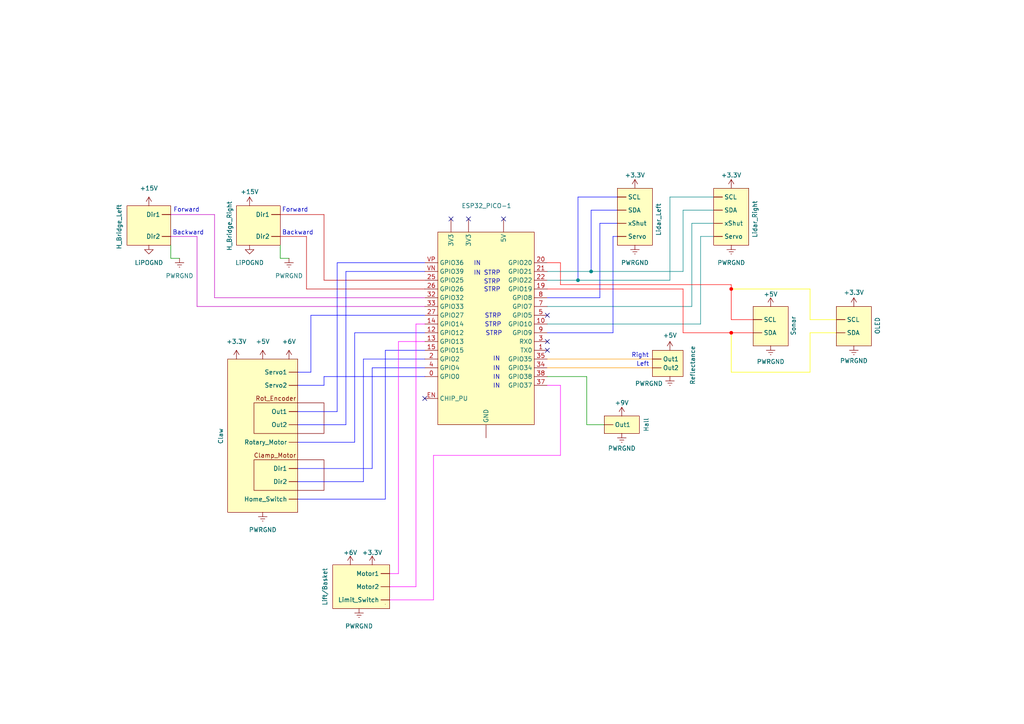
<source format=kicad_sch>
(kicad_sch
	(version 20250114)
	(generator "eeschema")
	(generator_version "9.0")
	(uuid "5f7f31ac-00b7-444f-af4f-5eac09685ff1")
	(paper "A4")
	(title_block
		(title "Team 15 ESP Pinout")
		(date "2025-07-10")
	)
	(lib_symbols
		(symbol "GS_Development_Boards:ESP32-PICO-KIT-1"
			(exclude_from_sim no)
			(in_bom yes)
			(on_board yes)
			(property "Reference" "U"
				(at 12.7 29.718 0)
				(effects
					(font
						(size 1.27 1.27)
					)
				)
			)
			(property "Value" "ESP32_PICO-1"
				(at 8.89 -30.226 0)
				(effects
					(font
						(size 1.27 1.27)
					)
				)
			)
			(property "Footprint" "GS_Development_Boards:ESP32_PICO_1_DEV_KIT"
				(at -0.254 35.814 0)
				(effects
					(font
						(size 1.27 1.27)
					)
					(hide yes)
				)
			)
			(property "Datasheet" "https://docs.espressif.com/projects/esp-idf/en/v4.4/esp32/hw-reference/esp32/get-started-pico-kit-1.html"
				(at -0.508 41.148 0)
				(effects
					(font
						(size 1.27 1.27)
					)
					(hide yes)
				)
			)
			(property "Description" "ESP32 development board"
				(at -0.254 45.974 0)
				(effects
					(font
						(size 1.27 1.27)
					)
					(hide yes)
				)
			)
			(property "ki_keywords" "development board esp32"
				(at 0 0 0)
				(effects
					(font
						(size 1.27 1.27)
					)
					(hide yes)
				)
			)
			(symbol "ESP32-PICO-KIT-1_1_1"
				(rectangle
					(start -13.97 27.94)
					(end 13.97 -27.94)
					(stroke
						(width 0)
						(type solid)
					)
					(fill
						(type background)
					)
				)
				(pin bidirectional line
					(at -17.78 19.05 0)
					(length 3.81)
					(name "GPIO36"
						(effects
							(font
								(size 1.27 1.27)
							)
						)
					)
					(number "VP"
						(effects
							(font
								(size 1.27 1.27)
							)
						)
					)
					(alternate "ADC1_CH0" input line)
					(alternate "RTC_GPIO0" bidirectional line)
				)
				(pin bidirectional line
					(at -17.78 16.51 0)
					(length 3.81)
					(name "GPIO39"
						(effects
							(font
								(size 1.27 1.27)
							)
						)
					)
					(number "VN"
						(effects
							(font
								(size 1.27 1.27)
							)
						)
					)
					(alternate "ADC1_CH3" input line)
					(alternate "RTC_GPIO3" bidirectional line)
				)
				(pin bidirectional line
					(at -17.78 13.97 0)
					(length 3.81)
					(name "GPIO25"
						(effects
							(font
								(size 1.27 1.27)
							)
						)
					)
					(number "25"
						(effects
							(font
								(size 1.27 1.27)
							)
						)
					)
					(alternate "ADC2_CH8" input line)
					(alternate "DAC_1" output line)
					(alternate "EMAC_RXD0" input line)
					(alternate "RTC_GPIO6" bidirectional line)
				)
				(pin bidirectional line
					(at -17.78 11.43 0)
					(length 3.81)
					(name "GPIO26"
						(effects
							(font
								(size 1.27 1.27)
							)
						)
					)
					(number "26"
						(effects
							(font
								(size 1.27 1.27)
							)
						)
					)
					(alternate "ADC2_CH9" input line)
					(alternate "DAC_2" output line)
					(alternate "EMAC_RXD1" input line)
					(alternate "RTC_GPIO7" bidirectional line)
				)
				(pin bidirectional line
					(at -17.78 8.89 0)
					(length 3.81)
					(name "GPIO32"
						(effects
							(font
								(size 1.27 1.27)
							)
						)
					)
					(number "32"
						(effects
							(font
								(size 1.27 1.27)
							)
						)
					)
					(alternate "32K_XP" bidirectional line)
					(alternate "ADC1_CH4" input line)
					(alternate "RTC_GPIO9" bidirectional line)
					(alternate "TOUCH9" input line)
				)
				(pin bidirectional line
					(at -17.78 6.35 0)
					(length 3.81)
					(name "GPIO33"
						(effects
							(font
								(size 1.27 1.27)
							)
						)
					)
					(number "33"
						(effects
							(font
								(size 1.27 1.27)
							)
						)
					)
					(alternate "32K_XN" bidirectional line)
					(alternate "ADC1_CH5" input line)
					(alternate "RTC_GPIO8" bidirectional line)
					(alternate "TOUCH8" input line)
				)
				(pin bidirectional line
					(at -17.78 3.81 0)
					(length 3.81)
					(name "GPIO27"
						(effects
							(font
								(size 1.27 1.27)
							)
						)
					)
					(number "27"
						(effects
							(font
								(size 1.27 1.27)
							)
						)
					)
					(alternate "ADC2_CH7" input line)
					(alternate "EMAC_RX_DV" bidirectional line)
					(alternate "RTC_GPIO17" bidirectional line)
					(alternate "TOUCH7" input line)
				)
				(pin bidirectional line
					(at -17.78 1.27 0)
					(length 3.81)
					(name "GPIO14"
						(effects
							(font
								(size 1.27 1.27)
							)
						)
					)
					(number "14"
						(effects
							(font
								(size 1.27 1.27)
							)
						)
					)
					(alternate "ADC2_CH6" input line)
					(alternate "EMAC_TXD2" output line)
					(alternate "HS2_CLK" bidirectional clock)
					(alternate "HSPICLK" bidirectional clock)
					(alternate "MTMS" bidirectional line)
					(alternate "RTC_GPIO16" bidirectional line)
					(alternate "SD_CLK" bidirectional clock)
					(alternate "TOUCH6" input line)
				)
				(pin bidirectional line
					(at -17.78 -1.27 0)
					(length 3.81)
					(name "GPIO12"
						(effects
							(font
								(size 1.27 1.27)
							)
						)
					)
					(number "12"
						(effects
							(font
								(size 1.27 1.27)
							)
						)
					)
					(alternate "ADC2_CH5" input line)
					(alternate "EMAC_TXD3" output line)
					(alternate "HSPIQ" bidirectional line)
					(alternate "HS_DATA2" bidirectional line)
					(alternate "MTDI" input line)
					(alternate "RTC_GPIO15" bidirectional line)
					(alternate "SD_DATA2" bidirectional line)
					(alternate "TOUCH5" input line)
				)
				(pin bidirectional line
					(at -17.78 -3.81 0)
					(length 3.81)
					(name "GPIO13"
						(effects
							(font
								(size 1.27 1.27)
							)
						)
					)
					(number "13"
						(effects
							(font
								(size 1.27 1.27)
							)
						)
					)
					(alternate "ADC2_CH4" input line)
					(alternate "EMAC_RX_ER" output line)
					(alternate "HSPID" bidirectional line)
					(alternate "HS_DATA3" bidirectional line)
					(alternate "MTCK" bidirectional clock)
					(alternate "RTC_GPIO14" bidirectional line)
					(alternate "SD_DATA3" bidirectional line)
					(alternate "TOUCH4" input line)
				)
				(pin bidirectional line
					(at -17.78 -6.35 0)
					(length 3.81)
					(name "GPIO15"
						(effects
							(font
								(size 1.27 1.27)
							)
						)
					)
					(number "15"
						(effects
							(font
								(size 1.27 1.27)
							)
						)
					)
					(alternate "ADC2_CH3" input line)
					(alternate "EMAC_RXD3" input line)
					(alternate "HS2_CMD" bidirectional line)
					(alternate "HSPICS0" bidirectional line)
					(alternate "MTDO" output line)
					(alternate "RTC_GPIO13" bidirectional line)
					(alternate "SD_CMD" bidirectional line)
					(alternate "TOUCH3" input line)
				)
				(pin bidirectional line
					(at -17.78 -8.89 0)
					(length 3.81)
					(name "GPIO2"
						(effects
							(font
								(size 1.27 1.27)
							)
						)
					)
					(number "2"
						(effects
							(font
								(size 1.27 1.27)
							)
						)
					)
					(alternate "ADC2_CH2" input line)
					(alternate "HS2_DATA0" bidirectional line)
					(alternate "HSPIWP" bidirectional line)
					(alternate "RTC_GPIO12" bidirectional line)
					(alternate "SD_DATA0" bidirectional line)
					(alternate "TOUCH2" input line)
				)
				(pin bidirectional line
					(at -17.78 -11.43 0)
					(length 3.81)
					(name "GPIO4"
						(effects
							(font
								(size 1.27 1.27)
							)
						)
					)
					(number "4"
						(effects
							(font
								(size 1.27 1.27)
							)
						)
					)
					(alternate "ADC2_CH0" input line)
					(alternate "EMAC_TX_ER" output line)
					(alternate "HS2_DATA1" bidirectional line)
					(alternate "HSPIHD" bidirectional line)
					(alternate "RTC_GPIO10" bidirectional line)
					(alternate "SD_DATA1" bidirectional line)
					(alternate "TOUCH0" input line)
				)
				(pin bidirectional line
					(at -17.78 -13.97 0)
					(length 3.81)
					(name "GPIO0"
						(effects
							(font
								(size 1.27 1.27)
							)
						)
					)
					(number "0"
						(effects
							(font
								(size 1.27 1.27)
							)
						)
					)
					(alternate "ADC2_CH1" input line)
					(alternate "CLK_OUT1" output clock)
					(alternate "EMAC_TX_CLK" bidirectional clock)
					(alternate "RTC_GPIO11" bidirectional line)
					(alternate "TOUCH1" input line)
				)
				(pin input line
					(at -17.78 -20.32 0)
					(length 3.81)
					(name "CHIP_PU"
						(effects
							(font
								(size 1.27 1.27)
							)
						)
					)
					(number "EN"
						(effects
							(font
								(size 1.27 1.27)
							)
						)
					)
				)
				(pin power_in line
					(at -10.16 31.75 270)
					(length 3.81)
					(name "3V3"
						(effects
							(font
								(size 1.27 1.27)
							)
						)
					)
					(number "3V3"
						(effects
							(font
								(size 0 0)
							)
						)
					)
				)
				(pin power_in line
					(at -5.08 31.75 270)
					(length 3.81)
					(name "3V3"
						(effects
							(font
								(size 1.27 1.27)
							)
						)
					)
					(number "3V3"
						(effects
							(font
								(size 0 0)
							)
						)
					)
				)
				(pin power_in line
					(at 0 -31.75 90)
					(length 3.81)
					(name "GND"
						(effects
							(font
								(size 1.27 1.27)
							)
						)
					)
					(number "GND"
						(effects
							(font
								(size 0 0)
							)
						)
					)
				)
				(pin power_in line
					(at 5.08 31.75 270)
					(length 3.81)
					(name "5V"
						(effects
							(font
								(size 1.27 1.27)
							)
						)
					)
					(number "5V"
						(effects
							(font
								(size 0 0)
							)
						)
					)
				)
				(pin bidirectional line
					(at 17.78 19.05 180)
					(length 3.81)
					(name "GPIO20"
						(effects
							(font
								(size 1.27 1.27)
							)
						)
					)
					(number "20"
						(effects
							(font
								(size 1.27 1.27)
							)
						)
					)
				)
				(pin bidirectional line
					(at 17.78 16.51 180)
					(length 3.81)
					(name "GPIO21"
						(effects
							(font
								(size 1.27 1.27)
							)
						)
					)
					(number "21"
						(effects
							(font
								(size 1.27 1.27)
							)
						)
					)
					(alternate "EMAC_TX_EN" bidirectional line)
					(alternate "VSPIHD" passive line)
				)
				(pin bidirectional line
					(at 17.78 13.97 180)
					(length 3.81)
					(name "GPIO22"
						(effects
							(font
								(size 1.27 1.27)
							)
						)
					)
					(number "22"
						(effects
							(font
								(size 1.27 1.27)
							)
						)
					)
					(alternate "EMAC_TXD1" output line)
					(alternate "U0RTS" bidirectional line)
					(alternate "VSPIWP" bidirectional line)
				)
				(pin bidirectional line
					(at 17.78 11.43 180)
					(length 3.81)
					(name "GPIO19"
						(effects
							(font
								(size 1.27 1.27)
							)
						)
					)
					(number "19"
						(effects
							(font
								(size 1.27 1.27)
							)
						)
					)
					(alternate "EMAC_TXD0" output line)
					(alternate "U0CTS" bidirectional line)
					(alternate "VSPIQ" bidirectional line)
				)
				(pin bidirectional line
					(at 17.78 8.89 180)
					(length 3.81)
					(name "GPIO8"
						(effects
							(font
								(size 1.27 1.27)
							)
						)
					)
					(number "8"
						(effects
							(font
								(size 1.27 1.27)
							)
						)
					)
					(alternate "HS1_DATA1" bidirectional line)
					(alternate "SD_DATA1" bidirectional line)
					(alternate "U2CTS" bidirectional line)
				)
				(pin bidirectional line
					(at 17.78 6.35 180)
					(length 3.81)
					(name "GPIO7"
						(effects
							(font
								(size 1.27 1.27)
							)
						)
					)
					(number "7"
						(effects
							(font
								(size 1.27 1.27)
							)
						)
					)
					(alternate "HS1_DATA0" bidirectional line)
					(alternate "SD_DATA0" bidirectional line)
					(alternate "U2RTS" bidirectional line)
				)
				(pin bidirectional line
					(at 17.78 3.81 180)
					(length 3.81)
					(name "GPIO5"
						(effects
							(font
								(size 1.27 1.27)
							)
						)
					)
					(number "5"
						(effects
							(font
								(size 1.27 1.27)
							)
						)
					)
					(alternate "EMAC_RX_CLK" bidirectional clock)
					(alternate "HS1_DATA6" bidirectional line)
					(alternate "VSPICS0" output line)
				)
				(pin bidirectional line
					(at 17.78 1.27 180)
					(length 3.81)
					(name "GPIO10"
						(effects
							(font
								(size 1.27 1.27)
							)
						)
					)
					(number "10"
						(effects
							(font
								(size 1.27 1.27)
							)
						)
					)
					(alternate "HS1_DATA3" bidirectional line)
					(alternate "SD_DATA3" bidirectional line)
					(alternate "SPIWP" output line)
					(alternate "U1TXD" output line)
				)
				(pin bidirectional line
					(at 17.78 -1.27 180)
					(length 3.81)
					(name "GPIO9"
						(effects
							(font
								(size 1.27 1.27)
							)
						)
					)
					(number "9"
						(effects
							(font
								(size 1.27 1.27)
							)
						)
					)
					(alternate "HS1_DATA2" bidirectional line)
					(alternate "SD_DATA2" bidirectional line)
					(alternate "SPIHD" bidirectional line)
					(alternate "U1RXD" input line)
				)
				(pin input line
					(at 17.78 -3.81 180)
					(length 3.81)
					(name "RX0"
						(effects
							(font
								(size 1.27 1.27)
							)
						)
					)
					(number "3"
						(effects
							(font
								(size 1.27 1.27)
							)
						)
					)
					(alternate "CLK_OUT2" output clock)
					(alternate "GPIO3" bidirectional line)
				)
				(pin output line
					(at 17.78 -6.35 180)
					(length 3.81)
					(name "TX0"
						(effects
							(font
								(size 1.27 1.27)
							)
						)
					)
					(number "1"
						(effects
							(font
								(size 1.27 1.27)
							)
						)
					)
					(alternate "CLK_OUT3" output clock)
					(alternate "EMAC_RXD2" input line)
					(alternate "GPIO1" bidirectional line)
				)
				(pin bidirectional line
					(at 17.78 -8.89 180)
					(length 3.81)
					(name "GPIO35"
						(effects
							(font
								(size 1.27 1.27)
							)
						)
					)
					(number "35"
						(effects
							(font
								(size 1.27 1.27)
							)
						)
					)
					(alternate "ADC1_CH7" input line)
					(alternate "RTC_GPIO5" bidirectional line)
				)
				(pin bidirectional line
					(at 17.78 -11.43 180)
					(length 3.81)
					(name "GPIO34"
						(effects
							(font
								(size 1.27 1.27)
							)
						)
					)
					(number "34"
						(effects
							(font
								(size 1.27 1.27)
							)
						)
					)
					(alternate "ADC1_CH6" input line)
					(alternate "RTC_GPIO4" bidirectional line)
				)
				(pin bidirectional line
					(at 17.78 -13.97 180)
					(length 3.81)
					(name "GPIO38"
						(effects
							(font
								(size 1.27 1.27)
							)
						)
					)
					(number "38"
						(effects
							(font
								(size 1.27 1.27)
							)
						)
					)
					(alternate "ADC1_CH2" input line)
					(alternate "RTC_GPIO2" bidirectional line)
				)
				(pin bidirectional line
					(at 17.78 -16.51 180)
					(length 3.81)
					(name "GPIO37"
						(effects
							(font
								(size 1.27 1.27)
							)
						)
					)
					(number "37"
						(effects
							(font
								(size 1.27 1.27)
							)
						)
					)
					(alternate "ADC1_CH1" input line)
					(alternate "RTC_GPIO1" bidirectional line)
				)
			)
			(embedded_fonts no)
		)
		(symbol "H_Bridge_1"
			(exclude_from_sim no)
			(in_bom yes)
			(on_board yes)
			(property "Reference" "U"
				(at 0 0 0)
				(effects
					(font
						(size 1.27 1.27)
					)
				)
			)
			(property "Value" ""
				(at 0 0 0)
				(effects
					(font
						(size 1.27 1.27)
					)
				)
			)
			(property "Footprint" ""
				(at 0 0 0)
				(effects
					(font
						(size 1.27 1.27)
					)
					(hide yes)
				)
			)
			(property "Datasheet" ""
				(at 0 0 0)
				(effects
					(font
						(size 1.27 1.27)
					)
					(hide yes)
				)
			)
			(property "Description" ""
				(at 0 0 0)
				(effects
					(font
						(size 1.27 1.27)
					)
					(hide yes)
				)
			)
			(symbol "H_Bridge_1_1_1"
				(rectangle
					(start -6.35 2.54)
					(end 6.35 -8.89)
					(stroke
						(width 0)
						(type solid)
					)
					(fill
						(type color)
						(color 255 255 194 1)
					)
				)
				(pin input line
					(at 6.35 0 180)
					(length 2.54)
					(name "Dir1"
						(effects
							(font
								(size 1.27 1.27)
							)
						)
					)
					(number ""
						(effects
							(font
								(size 1.27 1.27)
							)
						)
					)
				)
				(pin input line
					(at 6.35 -6.35 180)
					(length 2.54)
					(name "Dir2"
						(effects
							(font
								(size 1.27 1.27)
							)
						)
					)
					(number ""
						(effects
							(font
								(size 1.27 1.27)
							)
						)
					)
				)
			)
			(embedded_fonts no)
		)
		(symbol "Lidar_2"
			(exclude_from_sim no)
			(in_bom yes)
			(on_board yes)
			(property "Reference" "U"
				(at 0 0 0)
				(effects
					(font
						(size 1.27 1.27)
					)
				)
			)
			(property "Value" ""
				(at 0 0 0)
				(effects
					(font
						(size 1.27 1.27)
					)
				)
			)
			(property "Footprint" ""
				(at 0 0 0)
				(effects
					(font
						(size 1.27 1.27)
					)
					(hide yes)
				)
			)
			(property "Datasheet" ""
				(at 0 0 0)
				(effects
					(font
						(size 1.27 1.27)
					)
					(hide yes)
				)
			)
			(property "Description" ""
				(at 0 0 0)
				(effects
					(font
						(size 1.27 1.27)
					)
					(hide yes)
				)
			)
			(symbol "Lidar_2_1_1"
				(rectangle
					(start -5.08 3.81)
					(end 5.08 -12.7)
					(stroke
						(width 0)
						(type solid)
					)
					(fill
						(type color)
						(color 255 255 194 1)
					)
				)
				(pin output line
					(at 5.08 1.27 180)
					(length 2.54)
					(name "SCL"
						(effects
							(font
								(size 1.27 1.27)
							)
						)
					)
					(number ""
						(effects
							(font
								(size 1.27 1.27)
							)
						)
					)
				)
				(pin output line
					(at 5.08 -2.54 180)
					(length 2.54)
					(name "SDA"
						(effects
							(font
								(size 1.27 1.27)
							)
						)
					)
					(number ""
						(effects
							(font
								(size 1.27 1.27)
							)
						)
					)
				)
				(pin output line
					(at 5.08 -6.35 180)
					(length 2.54)
					(name "xShut"
						(effects
							(font
								(size 1.27 1.27)
							)
						)
					)
					(number ""
						(effects
							(font
								(size 1.27 1.27)
							)
						)
					)
				)
				(pin output line
					(at 5.08 -10.16 180)
					(length 2.54)
					(name "Servo"
						(effects
							(font
								(size 1.27 1.27)
							)
						)
					)
					(number ""
						(effects
							(font
								(size 1.27 1.27)
							)
						)
					)
				)
			)
			(embedded_fonts no)
		)
		(symbol "Lidar_3"
			(exclude_from_sim no)
			(in_bom yes)
			(on_board yes)
			(property "Reference" "U"
				(at 0 0 0)
				(effects
					(font
						(size 1.27 1.27)
					)
				)
			)
			(property "Value" ""
				(at 0 0 0)
				(effects
					(font
						(size 1.27 1.27)
					)
				)
			)
			(property "Footprint" ""
				(at 0 0 0)
				(effects
					(font
						(size 1.27 1.27)
					)
					(hide yes)
				)
			)
			(property "Datasheet" ""
				(at 0 0 0)
				(effects
					(font
						(size 1.27 1.27)
					)
					(hide yes)
				)
			)
			(property "Description" ""
				(at 0 0 0)
				(effects
					(font
						(size 1.27 1.27)
					)
					(hide yes)
				)
			)
			(symbol "Lidar_3_1_1"
				(rectangle
					(start -5.08 3.81)
					(end 5.08 -12.7)
					(stroke
						(width 0)
						(type solid)
					)
					(fill
						(type color)
						(color 255 255 194 1)
					)
				)
				(pin output line
					(at 5.08 1.27 180)
					(length 2.54)
					(name "SCL"
						(effects
							(font
								(size 1.27 1.27)
							)
						)
					)
					(number ""
						(effects
							(font
								(size 1.27 1.27)
							)
						)
					)
				)
				(pin output line
					(at 5.08 -2.54 180)
					(length 2.54)
					(name "SDA"
						(effects
							(font
								(size 1.27 1.27)
							)
						)
					)
					(number ""
						(effects
							(font
								(size 1.27 1.27)
							)
						)
					)
				)
				(pin output line
					(at 5.08 -6.35 180)
					(length 2.54)
					(name "xShut"
						(effects
							(font
								(size 1.27 1.27)
							)
						)
					)
					(number ""
						(effects
							(font
								(size 1.27 1.27)
							)
						)
					)
				)
				(pin output line
					(at 5.08 -10.16 180)
					(length 2.54)
					(name "Servo"
						(effects
							(font
								(size 1.27 1.27)
							)
						)
					)
					(number ""
						(effects
							(font
								(size 1.27 1.27)
							)
						)
					)
				)
			)
			(embedded_fonts no)
		)
		(symbol "Robot_Lib:Claw"
			(exclude_from_sim no)
			(in_bom yes)
			(on_board yes)
			(property "Reference" "C"
				(at 0 -2.54 0)
				(effects
					(font
						(size 1.27 1.27)
					)
				)
			)
			(property "Value" ""
				(at 0 0 0)
				(effects
					(font
						(size 1.27 1.27)
					)
				)
			)
			(property "Footprint" ""
				(at 0 0 0)
				(effects
					(font
						(size 1.27 1.27)
					)
					(hide yes)
				)
			)
			(property "Datasheet" ""
				(at 0 0 0)
				(effects
					(font
						(size 1.27 1.27)
					)
					(hide yes)
				)
			)
			(property "Description" ""
				(at 0 0 0)
				(effects
					(font
						(size 1.27 1.27)
					)
					(hide yes)
				)
			)
			(symbol "Claw_0_1"
				(rectangle
					(start -5.08 -1.27)
					(end 15.24 -10.16)
					(stroke
						(width 0)
						(type default)
					)
					(fill
						(type none)
					)
				)
				(rectangle
					(start -5.08 -17.78)
					(end 15.24 -26.67)
					(stroke
						(width 0)
						(type default)
					)
					(fill
						(type none)
					)
				)
			)
			(symbol "Claw_1_1"
				(rectangle
					(start -12.7 11.43)
					(end 7.62 -33.0199)
					(stroke
						(width 0)
						(type solid)
					)
					(fill
						(type color)
						(color 255 255 194 1)
					)
				)
				(text "Clamp_Motor"
					(at 1.016 -16.51 0)
					(effects
						(font
							(size 1.27 1.27)
						)
					)
				)
				(text "Rot_Encoder\n"
					(at 1.27 0 0)
					(effects
						(font
							(size 1.27 1.27)
						)
					)
				)
				(pin input line
					(at 7.62 7.62 180)
					(length 2.54)
					(name "Servo1"
						(effects
							(font
								(size 1.27 1.27)
							)
						)
					)
					(number ""
						(effects
							(font
								(size 1.27 1.27)
							)
						)
					)
				)
				(pin input line
					(at 7.62 3.81 180)
					(length 2.54)
					(name "Servo2"
						(effects
							(font
								(size 1.27 1.27)
							)
						)
					)
					(number ""
						(effects
							(font
								(size 1.27 1.27)
							)
						)
					)
				)
				(pin output line
					(at 7.62 -3.81 180)
					(length 2.54)
					(name "Out1"
						(effects
							(font
								(size 1.27 1.27)
							)
						)
					)
					(number ""
						(effects
							(font
								(size 1.27 1.27)
							)
						)
					)
				)
				(pin output line
					(at 7.62 -7.62 180)
					(length 2.54)
					(name "Out2"
						(effects
							(font
								(size 1.27 1.27)
							)
						)
					)
					(number ""
						(effects
							(font
								(size 1.27 1.27)
							)
						)
					)
				)
				(pin output line
					(at 7.62 -12.7 180)
					(length 2.54)
					(name "Rotary_Motor"
						(effects
							(font
								(size 1.27 1.27)
							)
						)
					)
					(number ""
						(effects
							(font
								(size 1.27 1.27)
							)
						)
					)
				)
				(pin output line
					(at 7.62 -20.32 180)
					(length 2.54)
					(name "Dir1"
						(effects
							(font
								(size 1.27 1.27)
							)
						)
					)
					(number ""
						(effects
							(font
								(size 1.27 1.27)
							)
						)
					)
				)
				(pin output line
					(at 7.62 -24.13 180)
					(length 2.54)
					(name "Dir2"
						(effects
							(font
								(size 1.27 1.27)
							)
						)
					)
					(number ""
						(effects
							(font
								(size 1.27 1.27)
							)
						)
					)
				)
				(pin output line
					(at 7.62 -29.21 180)
					(length 2.54)
					(name "Home_Switch"
						(effects
							(font
								(size 1.27 1.27)
							)
						)
					)
					(number ""
						(effects
							(font
								(size 1.27 1.27)
							)
						)
					)
				)
			)
			(embedded_fonts no)
		)
		(symbol "Robot_Lib:H_Bridge"
			(exclude_from_sim no)
			(in_bom yes)
			(on_board yes)
			(property "Reference" "U"
				(at 0 0 0)
				(effects
					(font
						(size 1.27 1.27)
					)
				)
			)
			(property "Value" ""
				(at 0 0 0)
				(effects
					(font
						(size 1.27 1.27)
					)
				)
			)
			(property "Footprint" ""
				(at 0 0 0)
				(effects
					(font
						(size 1.27 1.27)
					)
					(hide yes)
				)
			)
			(property "Datasheet" ""
				(at 0 0 0)
				(effects
					(font
						(size 1.27 1.27)
					)
					(hide yes)
				)
			)
			(property "Description" ""
				(at 0 0 0)
				(effects
					(font
						(size 1.27 1.27)
					)
					(hide yes)
				)
			)
			(symbol "H_Bridge_1_1"
				(rectangle
					(start -6.35 2.54)
					(end 6.35 -8.89)
					(stroke
						(width 0)
						(type solid)
					)
					(fill
						(type color)
						(color 255 255 194 1)
					)
				)
				(pin input line
					(at 6.35 0 180)
					(length 2.54)
					(name "Dir1"
						(effects
							(font
								(size 1.27 1.27)
							)
						)
					)
					(number ""
						(effects
							(font
								(size 1.27 1.27)
							)
						)
					)
				)
				(pin input line
					(at 6.35 -6.35 180)
					(length 2.54)
					(name "Dir2"
						(effects
							(font
								(size 1.27 1.27)
							)
						)
					)
					(number ""
						(effects
							(font
								(size 1.27 1.27)
							)
						)
					)
				)
			)
			(embedded_fonts no)
		)
		(symbol "Robot_Lib:Hall_Effect"
			(exclude_from_sim no)
			(in_bom yes)
			(on_board yes)
			(property "Reference" "U"
				(at 0 0 0)
				(effects
					(font
						(size 1.27 1.27)
					)
				)
			)
			(property "Value" ""
				(at 0 0 0)
				(effects
					(font
						(size 1.27 1.27)
					)
				)
			)
			(property "Footprint" ""
				(at 0 0 0)
				(effects
					(font
						(size 1.27 1.27)
					)
					(hide yes)
				)
			)
			(property "Datasheet" ""
				(at 0 0 0)
				(effects
					(font
						(size 1.27 1.27)
					)
					(hide yes)
				)
			)
			(property "Description" ""
				(at 0 0 0)
				(effects
					(font
						(size 1.27 1.27)
					)
					(hide yes)
				)
			)
			(symbol "Hall_Effect_1_1"
				(rectangle
					(start -7.62 2.54)
					(end 2.54 -2.54)
					(stroke
						(width 0)
						(type solid)
					)
					(fill
						(type color)
						(color 255 255 194 1)
					)
				)
				(pin output line
					(at 2.54 0 180)
					(length 2.54)
					(name "Out1"
						(effects
							(font
								(size 1.27 1.27)
							)
						)
					)
					(number ""
						(effects
							(font
								(size 1.27 1.27)
							)
						)
					)
				)
			)
			(embedded_fonts no)
		)
		(symbol "Robot_Lib:Lift"
			(exclude_from_sim no)
			(in_bom yes)
			(on_board yes)
			(property "Reference" "U"
				(at 0 0 0)
				(effects
					(font
						(size 1.27 1.27)
					)
				)
			)
			(property "Value" ""
				(at 0 0 0)
				(effects
					(font
						(size 1.27 1.27)
					)
				)
			)
			(property "Footprint" ""
				(at 0 0 0)
				(effects
					(font
						(size 1.27 1.27)
					)
					(hide yes)
				)
			)
			(property "Datasheet" ""
				(at 0 0 0)
				(effects
					(font
						(size 1.27 1.27)
					)
					(hide yes)
				)
			)
			(property "Description" ""
				(at 0 0 0)
				(effects
					(font
						(size 1.27 1.27)
					)
					(hide yes)
				)
			)
			(symbol "Lift_0_1"
				(rectangle
					(start 3.81 -5.08)
					(end 3.81 -5.08)
					(stroke
						(width 0)
						(type default)
					)
					(fill
						(type none)
					)
				)
			)
			(symbol "Lift_1_1"
				(rectangle
					(start -11.43 6.35)
					(end 5.08 -6.35)
					(stroke
						(width 0)
						(type solid)
					)
					(fill
						(type color)
						(color 255 255 194 1)
					)
				)
				(pin input line
					(at 5.08 3.81 180)
					(length 2.54)
					(name "Motor1"
						(effects
							(font
								(size 1.27 1.27)
							)
						)
					)
					(number ""
						(effects
							(font
								(size 1.27 1.27)
							)
						)
					)
				)
				(pin input line
					(at 5.08 0 180)
					(length 2.54)
					(name "Motor2"
						(effects
							(font
								(size 1.27 1.27)
							)
						)
					)
					(number ""
						(effects
							(font
								(size 1.27 1.27)
							)
						)
					)
				)
				(pin input line
					(at 5.08 -3.81 180)
					(length 2.54)
					(name "Limit_Switch"
						(effects
							(font
								(size 1.27 1.27)
							)
						)
					)
					(number ""
						(effects
							(font
								(size 1.27 1.27)
							)
						)
					)
				)
			)
			(embedded_fonts no)
		)
		(symbol "Robot_Lib:Reflectance_Circuit"
			(exclude_from_sim no)
			(in_bom yes)
			(on_board yes)
			(property "Reference" "U"
				(at 0 0 0)
				(effects
					(font
						(size 1.27 1.27)
					)
				)
			)
			(property "Value" ""
				(at 0 0 0)
				(effects
					(font
						(size 1.27 1.27)
					)
				)
			)
			(property "Footprint" ""
				(at 0 0 0)
				(effects
					(font
						(size 1.27 1.27)
					)
					(hide yes)
				)
			)
			(property "Datasheet" ""
				(at 0 0 0)
				(effects
					(font
						(size 1.27 1.27)
					)
					(hide yes)
				)
			)
			(property "Description" ""
				(at 0 0 0)
				(effects
					(font
						(size 1.27 1.27)
					)
					(hide yes)
				)
			)
			(symbol "Reflectance_Circuit_1_1"
				(rectangle
					(start -5.08 3.81)
					(end 3.81 -3.81)
					(stroke
						(width 0)
						(type solid)
					)
					(fill
						(type color)
						(color 255 255 194 1)
					)
				)
				(pin input line
					(at 3.81 1.27 180)
					(length 2.54)
					(name "Out1"
						(effects
							(font
								(size 1.27 1.27)
							)
						)
					)
					(number ""
						(effects
							(font
								(size 1.27 1.27)
							)
						)
					)
				)
				(pin input line
					(at 3.81 -1.27 180)
					(length 2.54)
					(name "Out2"
						(effects
							(font
								(size 1.27 1.27)
							)
						)
					)
					(number ""
						(effects
							(font
								(size 1.27 1.27)
							)
						)
					)
				)
			)
			(embedded_fonts no)
		)
		(symbol "Robot_Lib:Standard_I2C"
			(exclude_from_sim no)
			(in_bom yes)
			(on_board yes)
			(property "Reference" "U"
				(at -3.81 1.27 0)
				(effects
					(font
						(size 1.27 1.27)
					)
				)
			)
			(property "Value" ""
				(at 0 0 0)
				(effects
					(font
						(size 1.27 1.27)
					)
				)
			)
			(property "Footprint" ""
				(at 0 0 0)
				(effects
					(font
						(size 1.27 1.27)
					)
					(hide yes)
				)
			)
			(property "Datasheet" ""
				(at 0 0 0)
				(effects
					(font
						(size 1.27 1.27)
					)
					(hide yes)
				)
			)
			(property "Description" ""
				(at 0 0 0)
				(effects
					(font
						(size 1.27 1.27)
					)
					(hide yes)
				)
			)
			(symbol "Standard_I2C_1_1"
				(rectangle
					(start -5.08 6.35)
					(end 5.08 -5.08)
					(stroke
						(width 0)
						(type solid)
					)
					(fill
						(type color)
						(color 255 255 194 1)
					)
				)
				(pin output line
					(at 5.08 2.54 180)
					(length 2.54)
					(name "SCL"
						(effects
							(font
								(size 1.27 1.27)
							)
						)
					)
					(number ""
						(effects
							(font
								(size 1.27 1.27)
							)
						)
					)
				)
				(pin output line
					(at 5.08 -1.27 180)
					(length 2.54)
					(name "SDA"
						(effects
							(font
								(size 1.27 1.27)
							)
						)
					)
					(number ""
						(effects
							(font
								(size 1.27 1.27)
							)
						)
					)
				)
			)
			(embedded_fonts no)
		)
		(symbol "Standard_I2C_1"
			(exclude_from_sim no)
			(in_bom yes)
			(on_board yes)
			(property "Reference" "U"
				(at -3.81 1.27 0)
				(effects
					(font
						(size 1.27 1.27)
					)
				)
			)
			(property "Value" ""
				(at 0 0 0)
				(effects
					(font
						(size 1.27 1.27)
					)
				)
			)
			(property "Footprint" ""
				(at 0 0 0)
				(effects
					(font
						(size 1.27 1.27)
					)
					(hide yes)
				)
			)
			(property "Datasheet" ""
				(at 0 0 0)
				(effects
					(font
						(size 1.27 1.27)
					)
					(hide yes)
				)
			)
			(property "Description" ""
				(at 0 0 0)
				(effects
					(font
						(size 1.27 1.27)
					)
					(hide yes)
				)
			)
			(symbol "Standard_I2C_1_1_1"
				(rectangle
					(start -5.08 6.35)
					(end 5.08 -5.08)
					(stroke
						(width 0)
						(type solid)
					)
					(fill
						(type color)
						(color 255 255 194 1)
					)
				)
				(pin output line
					(at 5.08 2.54 180)
					(length 2.54)
					(name "SCL"
						(effects
							(font
								(size 1.27 1.27)
							)
						)
					)
					(number ""
						(effects
							(font
								(size 1.27 1.27)
							)
						)
					)
				)
				(pin output line
					(at 5.08 -1.27 180)
					(length 2.54)
					(name "SDA"
						(effects
							(font
								(size 1.27 1.27)
							)
						)
					)
					(number ""
						(effects
							(font
								(size 1.27 1.27)
							)
						)
					)
				)
			)
			(embedded_fonts no)
		)
		(symbol "power:+15V"
			(power)
			(pin_numbers
				(hide yes)
			)
			(pin_names
				(offset 0)
				(hide yes)
			)
			(exclude_from_sim no)
			(in_bom yes)
			(on_board yes)
			(property "Reference" "#PWR"
				(at 0 -3.81 0)
				(effects
					(font
						(size 1.27 1.27)
					)
					(hide yes)
				)
			)
			(property "Value" "+15V"
				(at 0 3.556 0)
				(effects
					(font
						(size 1.27 1.27)
					)
				)
			)
			(property "Footprint" ""
				(at 0 0 0)
				(effects
					(font
						(size 1.27 1.27)
					)
					(hide yes)
				)
			)
			(property "Datasheet" ""
				(at 0 0 0)
				(effects
					(font
						(size 1.27 1.27)
					)
					(hide yes)
				)
			)
			(property "Description" "Power symbol creates a global label with name \"+15V\""
				(at 0 0 0)
				(effects
					(font
						(size 1.27 1.27)
					)
					(hide yes)
				)
			)
			(property "ki_keywords" "global power"
				(at 0 0 0)
				(effects
					(font
						(size 1.27 1.27)
					)
					(hide yes)
				)
			)
			(symbol "+15V_0_1"
				(polyline
					(pts
						(xy -0.762 1.27) (xy 0 2.54)
					)
					(stroke
						(width 0)
						(type default)
					)
					(fill
						(type none)
					)
				)
				(polyline
					(pts
						(xy 0 2.54) (xy 0.762 1.27)
					)
					(stroke
						(width 0)
						(type default)
					)
					(fill
						(type none)
					)
				)
				(polyline
					(pts
						(xy 0 0) (xy 0 2.54)
					)
					(stroke
						(width 0)
						(type default)
					)
					(fill
						(type none)
					)
				)
			)
			(symbol "+15V_1_1"
				(pin power_in line
					(at 0 0 90)
					(length 0)
					(name "~"
						(effects
							(font
								(size 1.27 1.27)
							)
						)
					)
					(number "1"
						(effects
							(font
								(size 1.27 1.27)
							)
						)
					)
				)
			)
			(embedded_fonts no)
		)
		(symbol "power:+3.3V"
			(power)
			(pin_numbers
				(hide yes)
			)
			(pin_names
				(offset 0)
				(hide yes)
			)
			(exclude_from_sim no)
			(in_bom yes)
			(on_board yes)
			(property "Reference" "#PWR"
				(at 0 -3.81 0)
				(effects
					(font
						(size 1.27 1.27)
					)
					(hide yes)
				)
			)
			(property "Value" "+3.3V"
				(at 0 3.556 0)
				(effects
					(font
						(size 1.27 1.27)
					)
				)
			)
			(property "Footprint" ""
				(at 0 0 0)
				(effects
					(font
						(size 1.27 1.27)
					)
					(hide yes)
				)
			)
			(property "Datasheet" ""
				(at 0 0 0)
				(effects
					(font
						(size 1.27 1.27)
					)
					(hide yes)
				)
			)
			(property "Description" "Power symbol creates a global label with name \"+3.3V\""
				(at 0 0 0)
				(effects
					(font
						(size 1.27 1.27)
					)
					(hide yes)
				)
			)
			(property "ki_keywords" "global power"
				(at 0 0 0)
				(effects
					(font
						(size 1.27 1.27)
					)
					(hide yes)
				)
			)
			(symbol "+3.3V_0_1"
				(polyline
					(pts
						(xy -0.762 1.27) (xy 0 2.54)
					)
					(stroke
						(width 0)
						(type default)
					)
					(fill
						(type none)
					)
				)
				(polyline
					(pts
						(xy 0 2.54) (xy 0.762 1.27)
					)
					(stroke
						(width 0)
						(type default)
					)
					(fill
						(type none)
					)
				)
				(polyline
					(pts
						(xy 0 0) (xy 0 2.54)
					)
					(stroke
						(width 0)
						(type default)
					)
					(fill
						(type none)
					)
				)
			)
			(symbol "+3.3V_1_1"
				(pin power_in line
					(at 0 0 90)
					(length 0)
					(name "~"
						(effects
							(font
								(size 1.27 1.27)
							)
						)
					)
					(number "1"
						(effects
							(font
								(size 1.27 1.27)
							)
						)
					)
				)
			)
			(embedded_fonts no)
		)
		(symbol "power:+5V"
			(power)
			(pin_numbers
				(hide yes)
			)
			(pin_names
				(offset 0)
				(hide yes)
			)
			(exclude_from_sim no)
			(in_bom yes)
			(on_board yes)
			(property "Reference" "#PWR"
				(at 0 -3.81 0)
				(effects
					(font
						(size 1.27 1.27)
					)
					(hide yes)
				)
			)
			(property "Value" "+5V"
				(at 0 3.556 0)
				(effects
					(font
						(size 1.27 1.27)
					)
				)
			)
			(property "Footprint" ""
				(at 0 0 0)
				(effects
					(font
						(size 1.27 1.27)
					)
					(hide yes)
				)
			)
			(property "Datasheet" ""
				(at 0 0 0)
				(effects
					(font
						(size 1.27 1.27)
					)
					(hide yes)
				)
			)
			(property "Description" "Power symbol creates a global label with name \"+5V\""
				(at 0 0 0)
				(effects
					(font
						(size 1.27 1.27)
					)
					(hide yes)
				)
			)
			(property "ki_keywords" "global power"
				(at 0 0 0)
				(effects
					(font
						(size 1.27 1.27)
					)
					(hide yes)
				)
			)
			(symbol "+5V_0_1"
				(polyline
					(pts
						(xy -0.762 1.27) (xy 0 2.54)
					)
					(stroke
						(width 0)
						(type default)
					)
					(fill
						(type none)
					)
				)
				(polyline
					(pts
						(xy 0 2.54) (xy 0.762 1.27)
					)
					(stroke
						(width 0)
						(type default)
					)
					(fill
						(type none)
					)
				)
				(polyline
					(pts
						(xy 0 0) (xy 0 2.54)
					)
					(stroke
						(width 0)
						(type default)
					)
					(fill
						(type none)
					)
				)
			)
			(symbol "+5V_1_1"
				(pin power_in line
					(at 0 0 90)
					(length 0)
					(name "~"
						(effects
							(font
								(size 1.27 1.27)
							)
						)
					)
					(number "1"
						(effects
							(font
								(size 1.27 1.27)
							)
						)
					)
				)
			)
			(embedded_fonts no)
		)
		(symbol "power:+6V"
			(power)
			(pin_numbers
				(hide yes)
			)
			(pin_names
				(offset 0)
				(hide yes)
			)
			(exclude_from_sim no)
			(in_bom yes)
			(on_board yes)
			(property "Reference" "#PWR"
				(at 0 -3.81 0)
				(effects
					(font
						(size 1.27 1.27)
					)
					(hide yes)
				)
			)
			(property "Value" "+6V"
				(at 0 3.556 0)
				(effects
					(font
						(size 1.27 1.27)
					)
				)
			)
			(property "Footprint" ""
				(at 0 0 0)
				(effects
					(font
						(size 1.27 1.27)
					)
					(hide yes)
				)
			)
			(property "Datasheet" ""
				(at 0 0 0)
				(effects
					(font
						(size 1.27 1.27)
					)
					(hide yes)
				)
			)
			(property "Description" "Power symbol creates a global label with name \"+6V\""
				(at 0 0 0)
				(effects
					(font
						(size 1.27 1.27)
					)
					(hide yes)
				)
			)
			(property "ki_keywords" "global power"
				(at 0 0 0)
				(effects
					(font
						(size 1.27 1.27)
					)
					(hide yes)
				)
			)
			(symbol "+6V_0_1"
				(polyline
					(pts
						(xy -0.762 1.27) (xy 0 2.54)
					)
					(stroke
						(width 0)
						(type default)
					)
					(fill
						(type none)
					)
				)
				(polyline
					(pts
						(xy 0 2.54) (xy 0.762 1.27)
					)
					(stroke
						(width 0)
						(type default)
					)
					(fill
						(type none)
					)
				)
				(polyline
					(pts
						(xy 0 0) (xy 0 2.54)
					)
					(stroke
						(width 0)
						(type default)
					)
					(fill
						(type none)
					)
				)
			)
			(symbol "+6V_1_1"
				(pin power_in line
					(at 0 0 90)
					(length 0)
					(name "~"
						(effects
							(font
								(size 1.27 1.27)
							)
						)
					)
					(number "1"
						(effects
							(font
								(size 1.27 1.27)
							)
						)
					)
				)
			)
			(embedded_fonts no)
		)
		(symbol "power:+9V"
			(power)
			(pin_numbers
				(hide yes)
			)
			(pin_names
				(offset 0)
				(hide yes)
			)
			(exclude_from_sim no)
			(in_bom yes)
			(on_board yes)
			(property "Reference" "#PWR"
				(at 0 -3.81 0)
				(effects
					(font
						(size 1.27 1.27)
					)
					(hide yes)
				)
			)
			(property "Value" "+9V"
				(at 0 3.556 0)
				(effects
					(font
						(size 1.27 1.27)
					)
				)
			)
			(property "Footprint" ""
				(at 0 0 0)
				(effects
					(font
						(size 1.27 1.27)
					)
					(hide yes)
				)
			)
			(property "Datasheet" ""
				(at 0 0 0)
				(effects
					(font
						(size 1.27 1.27)
					)
					(hide yes)
				)
			)
			(property "Description" "Power symbol creates a global label with name \"+9V\""
				(at 0 0 0)
				(effects
					(font
						(size 1.27 1.27)
					)
					(hide yes)
				)
			)
			(property "ki_keywords" "global power"
				(at 0 0 0)
				(effects
					(font
						(size 1.27 1.27)
					)
					(hide yes)
				)
			)
			(symbol "+9V_0_1"
				(polyline
					(pts
						(xy -0.762 1.27) (xy 0 2.54)
					)
					(stroke
						(width 0)
						(type default)
					)
					(fill
						(type none)
					)
				)
				(polyline
					(pts
						(xy 0 2.54) (xy 0.762 1.27)
					)
					(stroke
						(width 0)
						(type default)
					)
					(fill
						(type none)
					)
				)
				(polyline
					(pts
						(xy 0 0) (xy 0 2.54)
					)
					(stroke
						(width 0)
						(type default)
					)
					(fill
						(type none)
					)
				)
			)
			(symbol "+9V_1_1"
				(pin power_in line
					(at 0 0 90)
					(length 0)
					(name "~"
						(effects
							(font
								(size 1.27 1.27)
							)
						)
					)
					(number "1"
						(effects
							(font
								(size 1.27 1.27)
							)
						)
					)
				)
			)
			(embedded_fonts no)
		)
		(symbol "power:GND"
			(power)
			(pin_numbers
				(hide yes)
			)
			(pin_names
				(offset 0)
				(hide yes)
			)
			(exclude_from_sim no)
			(in_bom yes)
			(on_board yes)
			(property "Reference" "#PWR"
				(at 0 -6.35 0)
				(effects
					(font
						(size 1.27 1.27)
					)
					(hide yes)
				)
			)
			(property "Value" "GND"
				(at 0 -3.81 0)
				(effects
					(font
						(size 1.27 1.27)
					)
				)
			)
			(property "Footprint" ""
				(at 0 0 0)
				(effects
					(font
						(size 1.27 1.27)
					)
					(hide yes)
				)
			)
			(property "Datasheet" ""
				(at 0 0 0)
				(effects
					(font
						(size 1.27 1.27)
					)
					(hide yes)
				)
			)
			(property "Description" "Power symbol creates a global label with name \"GND\" , ground"
				(at 0 0 0)
				(effects
					(font
						(size 1.27 1.27)
					)
					(hide yes)
				)
			)
			(property "ki_keywords" "global power"
				(at 0 0 0)
				(effects
					(font
						(size 1.27 1.27)
					)
					(hide yes)
				)
			)
			(symbol "GND_0_1"
				(polyline
					(pts
						(xy 0 0) (xy 0 -1.27) (xy 1.27 -1.27) (xy 0 -2.54) (xy -1.27 -1.27) (xy 0 -1.27)
					)
					(stroke
						(width 0)
						(type default)
					)
					(fill
						(type none)
					)
				)
			)
			(symbol "GND_1_1"
				(pin power_in line
					(at 0 0 270)
					(length 0)
					(name "~"
						(effects
							(font
								(size 1.27 1.27)
							)
						)
					)
					(number "1"
						(effects
							(font
								(size 1.27 1.27)
							)
						)
					)
				)
			)
			(embedded_fonts no)
		)
		(symbol "power:GNDREF"
			(power)
			(pin_numbers
				(hide yes)
			)
			(pin_names
				(offset 0)
				(hide yes)
			)
			(exclude_from_sim no)
			(in_bom yes)
			(on_board yes)
			(property "Reference" "#PWR"
				(at 0 -6.35 0)
				(effects
					(font
						(size 1.27 1.27)
					)
					(hide yes)
				)
			)
			(property "Value" "GNDREF"
				(at 0 -3.81 0)
				(effects
					(font
						(size 1.27 1.27)
					)
				)
			)
			(property "Footprint" ""
				(at 0 0 0)
				(effects
					(font
						(size 1.27 1.27)
					)
					(hide yes)
				)
			)
			(property "Datasheet" ""
				(at 0 0 0)
				(effects
					(font
						(size 1.27 1.27)
					)
					(hide yes)
				)
			)
			(property "Description" "Power symbol creates a global label with name \"GNDREF\" , reference supply ground"
				(at 0 0 0)
				(effects
					(font
						(size 1.27 1.27)
					)
					(hide yes)
				)
			)
			(property "ki_keywords" "global power"
				(at 0 0 0)
				(effects
					(font
						(size 1.27 1.27)
					)
					(hide yes)
				)
			)
			(symbol "GNDREF_0_1"
				(polyline
					(pts
						(xy -0.635 -1.905) (xy 0.635 -1.905)
					)
					(stroke
						(width 0)
						(type default)
					)
					(fill
						(type none)
					)
				)
				(polyline
					(pts
						(xy -0.127 -2.54) (xy 0.127 -2.54)
					)
					(stroke
						(width 0)
						(type default)
					)
					(fill
						(type none)
					)
				)
				(polyline
					(pts
						(xy 0 -1.27) (xy 0 0)
					)
					(stroke
						(width 0)
						(type default)
					)
					(fill
						(type none)
					)
				)
				(polyline
					(pts
						(xy 1.27 -1.27) (xy -1.27 -1.27)
					)
					(stroke
						(width 0)
						(type default)
					)
					(fill
						(type none)
					)
				)
			)
			(symbol "GNDREF_1_1"
				(pin power_in line
					(at 0 0 270)
					(length 0)
					(name "~"
						(effects
							(font
								(size 1.27 1.27)
							)
						)
					)
					(number "1"
						(effects
							(font
								(size 1.27 1.27)
							)
						)
					)
				)
			)
			(embedded_fonts no)
		)
	)
	(text "IN\n"
		(exclude_from_sim no)
		(at 144.018 112.014 0)
		(effects
			(font
				(size 1.27 1.27)
			)
		)
		(uuid "008a1d14-f3bf-443c-a3f1-c6adf244594f")
	)
	(text "Forward"
		(exclude_from_sim no)
		(at 54.102 60.96 0)
		(effects
			(font
				(size 1.27 1.27)
			)
		)
		(uuid "14458098-0587-4790-a6f3-2b55d9813cd1")
	)
	(text "Backward\n"
		(exclude_from_sim no)
		(at 54.61 67.564 0)
		(effects
			(font
				(size 1.27 1.27)
			)
		)
		(uuid "39444d6e-50a5-49c8-a743-31461f8bec47")
	)
	(text "Right"
		(exclude_from_sim no)
		(at 185.674 103.124 0)
		(effects
			(font
				(size 1.27 1.27)
			)
		)
		(uuid "3c988d0c-3fda-40e2-a452-7ef4ba9db449")
	)
	(text "IN"
		(exclude_from_sim no)
		(at 138.43 79.248 0)
		(effects
			(font
				(size 1.27 1.27)
			)
		)
		(uuid "40422378-473d-4a69-95fc-e5d9c45f0d75")
	)
	(text "STRP\n"
		(exclude_from_sim no)
		(at 143.002 94.234 0)
		(effects
			(font
				(size 1.27 1.27)
			)
		)
		(uuid "47a85bb1-c79c-4930-9a6f-84cf6d80bf48")
	)
	(text "STRP\n"
		(exclude_from_sim no)
		(at 142.748 84.074 0)
		(effects
			(font
				(size 1.27 1.27)
			)
		)
		(uuid "5392989e-a6b7-4c29-9689-f520eeaf2ee7")
	)
	(text "IN\n"
		(exclude_from_sim no)
		(at 144.018 104.14 0)
		(effects
			(font
				(size 1.27 1.27)
			)
		)
		(uuid "53e75da3-7ce7-40ba-a1b1-c69c6efd4057")
	)
	(text "IN"
		(exclude_from_sim no)
		(at 138.43 76.454 0)
		(effects
			(font
				(size 1.27 1.27)
			)
		)
		(uuid "56856788-c2e6-45d8-9d8a-a5d093f5148c")
	)
	(text "IN\n"
		(exclude_from_sim no)
		(at 144.018 109.474 0)
		(effects
			(font
				(size 1.27 1.27)
			)
		)
		(uuid "693913a1-443b-4e12-9f36-82d67b1a6085")
	)
	(text "IN"
		(exclude_from_sim no)
		(at 144.018 106.934 0)
		(effects
			(font
				(size 1.27 1.27)
			)
		)
		(uuid "6c37c8be-8135-47e7-a298-46da199c0237")
	)
	(text "Forward\n"
		(exclude_from_sim no)
		(at 85.598 60.96 0)
		(effects
			(font
				(size 1.27 1.27)
			)
		)
		(uuid "704c932f-2314-4875-a1d9-14f77ca45cd8")
	)
	(text "STRP\n"
		(exclude_from_sim no)
		(at 142.748 79.248 0)
		(effects
			(font
				(size 1.27 1.27)
			)
		)
		(uuid "71ffb4ee-b647-40e7-8d3a-0adc4483bbf2")
	)
	(text "STRP\n"
		(exclude_from_sim no)
		(at 142.748 81.788 0)
		(effects
			(font
				(size 1.27 1.27)
			)
		)
		(uuid "83336d24-0412-46fd-a0df-a2d525aa7782")
	)
	(text "Backward\n"
		(exclude_from_sim no)
		(at 86.36 67.564 0)
		(effects
			(font
				(size 1.27 1.27)
			)
		)
		(uuid "aea58f54-20b0-4f42-a7f0-7255d6e5de42")
	)
	(text "Left\n"
		(exclude_from_sim no)
		(at 186.436 105.664 0)
		(effects
			(font
				(size 1.27 1.27)
			)
		)
		(uuid "b06757fc-6500-483e-b871-5ce3778cd047")
	)
	(text "STRP"
		(exclude_from_sim no)
		(at 143.256 96.774 0)
		(effects
			(font
				(size 1.27 1.27)
			)
		)
		(uuid "ee3a5641-beea-4f5e-aff1-5d840cc33ead")
	)
	(text "STRP"
		(exclude_from_sim no)
		(at 143.002 91.694 0)
		(effects
			(font
				(size 1.27 1.27)
			)
		)
		(uuid "f549cd80-d206-46f0-9068-10bf435ad5bb")
	)
	(junction
		(at 212.09 96.52)
		(diameter 0)
		(color 255 0 0 1)
		(uuid "79cac6cf-fc40-456d-8e40-7c955a179ef6")
	)
	(junction
		(at 167.64 81.28)
		(diameter 0)
		(color 0 132 132 1)
		(uuid "cfc29133-f5d9-4909-b71c-592d553d8016")
	)
	(junction
		(at 171.45 78.74)
		(diameter 0)
		(color 0 132 132 1)
		(uuid "d2e015eb-200b-4c31-961f-aff14ea2def4")
	)
	(junction
		(at 212.09 83.82)
		(diameter 0)
		(color 255 0 0 1)
		(uuid "f38062e3-0e52-4456-bec3-7653c3d47e28")
	)
	(no_connect
		(at 158.75 91.44)
		(uuid "2480c15b-7ac0-4859-9001-b621b718a7b1")
	)
	(no_connect
		(at 146.05 63.5)
		(uuid "24f3095c-2cc8-4e6b-9d94-2e13dd508b51")
	)
	(no_connect
		(at 123.19 115.57)
		(uuid "5470297e-4fd2-4a8e-8dc6-b88c2c6ab0cd")
	)
	(no_connect
		(at 130.81 63.5)
		(uuid "569e7ae0-733b-4320-bee7-e0bd3642d01d")
	)
	(no_connect
		(at 135.89 63.5)
		(uuid "5b382da5-d3ee-4f3e-8e58-9147852a95e4")
	)
	(no_connect
		(at 158.75 101.6)
		(uuid "62a46ab0-77dd-4014-9d07-0155da1a617e")
	)
	(no_connect
		(at 158.75 99.06)
		(uuid "ba466bc5-d855-4ac9-bafa-b61281311af8")
	)
	(wire
		(pts
			(xy 105.41 104.14) (xy 123.19 104.14)
		)
		(stroke
			(width 0)
			(type default)
			(color 0 0 255 1)
		)
		(uuid "021326f4-d533-448a-be26-5346fc8996ed")
	)
	(wire
		(pts
			(xy 158.75 88.9) (xy 200.66 88.9)
		)
		(stroke
			(width 0)
			(type default)
			(color 0 132 132 1)
		)
		(uuid "078e0987-089a-4b74-ad4d-2671a955b4f2")
	)
	(wire
		(pts
			(xy 173.99 64.77) (xy 173.99 86.36)
		)
		(stroke
			(width 0)
			(type default)
			(color 0 0 255 1)
		)
		(uuid "091f615a-1068-44bc-bb30-6d690bb84da2")
	)
	(wire
		(pts
			(xy 207.01 57.15) (xy 194.31 57.15)
		)
		(stroke
			(width 0)
			(type default)
			(color 0 132 132 1)
		)
		(uuid "093a4188-e7ea-4a30-a1b6-30f5b4effe82")
	)
	(wire
		(pts
			(xy 93.98 111.76) (xy 93.98 109.22)
		)
		(stroke
			(width 0)
			(type default)
			(color 0 0 255 1)
		)
		(uuid "0abc8d6b-536d-4274-9675-948d64280673")
	)
	(wire
		(pts
			(xy 115.57 99.06) (xy 123.19 99.06)
		)
		(stroke
			(width 0)
			(type default)
			(color 255 0 255 1)
		)
		(uuid "0d57d760-cfde-46e9-9642-343250c6b5a4")
	)
	(wire
		(pts
			(xy 115.57 166.37) (xy 115.57 99.06)
		)
		(stroke
			(width 0)
			(type default)
			(color 255 0 255 1)
		)
		(uuid "17453737-7255-44e6-8e72-17e0785a1492")
	)
	(wire
		(pts
			(xy 123.19 91.44) (xy 90.17 91.44)
		)
		(stroke
			(width 0)
			(type default)
			(color 0 0 255 1)
		)
		(uuid "198a635a-d0a5-4145-a455-4aeae2b86cb4")
	)
	(wire
		(pts
			(xy 162.56 111.76) (xy 162.56 132.08)
		)
		(stroke
			(width 0)
			(type default)
			(color 255 0 255 1)
		)
		(uuid "20b6f639-d659-4cff-98e1-f3fbdf54e832")
	)
	(wire
		(pts
			(xy 93.98 109.22) (xy 123.19 109.22)
		)
		(stroke
			(width 0)
			(type default)
			(color 0 0 255 1)
		)
		(uuid "28533a4c-81c4-4709-806a-5f1367e8fe63")
	)
	(wire
		(pts
			(xy 81.28 74.93) (xy 81.28 71.12)
		)
		(stroke
			(width 0)
			(type default)
		)
		(uuid "2a099d92-1b11-49f4-aab9-f2a67c4d01e6")
	)
	(wire
		(pts
			(xy 102.87 96.52) (xy 123.19 96.52)
		)
		(stroke
			(width 0)
			(type default)
			(color 0 0 255 1)
		)
		(uuid "2b298f0d-daa6-4827-ad13-a06590656135")
	)
	(wire
		(pts
			(xy 179.07 68.58) (xy 177.8 68.58)
		)
		(stroke
			(width 0)
			(type default)
			(color 0 0 255 1)
		)
		(uuid "2b9c7bfc-9a1c-404b-b555-1baff954e6bc")
	)
	(wire
		(pts
			(xy 207.01 64.77) (xy 200.66 64.77)
		)
		(stroke
			(width 0)
			(type default)
			(color 0 132 132 1)
		)
		(uuid "2ca0c1b6-b105-4cde-b265-7e835c3ed229")
	)
	(wire
		(pts
			(xy 198.12 83.82) (xy 158.75 83.82)
		)
		(stroke
			(width 0)
			(type default)
			(color 255 0 0 1)
		)
		(uuid "2ca65c8e-4a47-4e3f-b75c-76479932bd69")
	)
	(wire
		(pts
			(xy 49.53 62.23) (xy 62.23 62.23)
		)
		(stroke
			(width 0)
			(type default)
			(color 194 0 194 1)
		)
		(uuid "2cc0351a-ae49-455c-b61f-df79d3011579")
	)
	(wire
		(pts
			(xy 158.75 93.98) (xy 203.2 93.98)
		)
		(stroke
			(width 0)
			(type default)
			(color 0 132 132 1)
		)
		(uuid "2db17517-9784-4b99-8ae5-88d90e63db7a")
	)
	(wire
		(pts
			(xy 234.95 107.95) (xy 234.95 96.52)
		)
		(stroke
			(width 0)
			(type default)
			(color 255 255 0 1)
		)
		(uuid "2f8de18c-535f-438f-bf1c-b1b599325654")
	)
	(wire
		(pts
			(xy 171.45 78.74) (xy 198.12 78.74)
		)
		(stroke
			(width 0)
			(type default)
			(color 0 132 132 1)
		)
		(uuid "34959519-1ca6-41fa-8a29-e850b604db78")
	)
	(wire
		(pts
			(xy 86.36 123.19) (xy 100.33 123.19)
		)
		(stroke
			(width 0)
			(type default)
			(color 0 0 255 1)
		)
		(uuid "36290f96-a7a3-42d8-a988-cfd7dad01e0c")
	)
	(wire
		(pts
			(xy 81.28 74.93) (xy 83.82 74.93)
		)
		(stroke
			(width 0)
			(type default)
		)
		(uuid "3717d967-9cc9-4cb8-a8d5-ae3c6f8fb3bf")
	)
	(wire
		(pts
			(xy 113.03 166.37) (xy 115.57 166.37)
		)
		(stroke
			(width 0)
			(type default)
			(color 255 0 255 1)
		)
		(uuid "40342885-415f-4c29-9e47-023d5f59044a")
	)
	(wire
		(pts
			(xy 158.75 78.74) (xy 171.45 78.74)
		)
		(stroke
			(width 0)
			(type default)
			(color 0 132 132 1)
		)
		(uuid "46588d92-5456-4b54-a6d1-9f43a9d2a081")
	)
	(wire
		(pts
			(xy 212.09 83.82) (xy 212.09 82.55)
		)
		(stroke
			(width 0)
			(type default)
			(color 255 0 0 1)
		)
		(uuid "48e6eeb9-e107-4a4a-af01-6b6a8de388cc")
	)
	(wire
		(pts
			(xy 177.8 96.52) (xy 158.75 96.52)
		)
		(stroke
			(width 0)
			(type default)
			(color 0 0 255 1)
		)
		(uuid "497472e7-0241-4ae6-b822-d8e69127ae83")
	)
	(wire
		(pts
			(xy 200.66 64.77) (xy 200.66 88.9)
		)
		(stroke
			(width 0)
			(type default)
			(color 0 132 132 1)
		)
		(uuid "4c9c4ade-ddf2-4f78-908a-6bd85d61dc98")
	)
	(wire
		(pts
			(xy 125.73 132.08) (xy 125.73 173.99)
		)
		(stroke
			(width 0)
			(type default)
			(color 255 0 255 1)
		)
		(uuid "50328e93-c948-453f-bb20-a49b15e39bdc")
	)
	(wire
		(pts
			(xy 179.07 60.96) (xy 171.45 60.96)
		)
		(stroke
			(width 0)
			(type default)
			(color 0 0 255 1)
		)
		(uuid "54879e9d-fb8a-4a5f-a3eb-b057620811d2")
	)
	(wire
		(pts
			(xy 212.09 92.71) (xy 218.44 92.71)
		)
		(stroke
			(width 0)
			(type default)
			(color 255 0 0 1)
		)
		(uuid "551138a7-a1c7-46c7-a440-698090a3c1fc")
	)
	(wire
		(pts
			(xy 107.95 106.68) (xy 123.19 106.68)
		)
		(stroke
			(width 0)
			(type default)
			(color 0 0 255 1)
		)
		(uuid "5727cfdb-13a3-4329-be5c-16d9fc39a22c")
	)
	(wire
		(pts
			(xy 111.76 101.6) (xy 111.76 144.78)
		)
		(stroke
			(width 0)
			(type default)
			(color 0 0 255 1)
		)
		(uuid "58ffbb83-4c9c-42c8-bd47-d9219a42ff6e")
	)
	(wire
		(pts
			(xy 81.28 62.23) (xy 93.98 62.23)
		)
		(stroke
			(width 0)
			(type default)
			(color 194 0 0 1)
		)
		(uuid "59ca9ad5-7431-4d55-95f0-a1dcb0023ba7")
	)
	(wire
		(pts
			(xy 97.79 76.2) (xy 123.19 76.2)
		)
		(stroke
			(width 0)
			(type default)
			(color 0 0 255 1)
		)
		(uuid "5a8af1ca-ca83-4cc8-9f64-b860d1ca901f")
	)
	(wire
		(pts
			(xy 212.09 82.55) (xy 162.56 82.55)
		)
		(stroke
			(width 0)
			(type default)
			(color 255 0 0 1)
		)
		(uuid "5b5d9a12-37a1-4bcf-ba8a-1244f1c403c9")
	)
	(wire
		(pts
			(xy 86.36 135.89) (xy 107.95 135.89)
		)
		(stroke
			(width 0)
			(type default)
			(color 0 0 255 1)
		)
		(uuid "5c37f6a0-ec79-4a92-8de6-7f28b0531b81")
	)
	(wire
		(pts
			(xy 88.9 83.82) (xy 123.19 83.82)
		)
		(stroke
			(width 0)
			(type default)
			(color 194 0 0 1)
		)
		(uuid "5f678e6d-91b4-426a-b019-32d16331de00")
	)
	(wire
		(pts
			(xy 170.18 123.19) (xy 175.26 123.19)
		)
		(stroke
			(width 0)
			(type default)
		)
		(uuid "5fa73166-edc4-4f1b-812b-ce6c5890278a")
	)
	(wire
		(pts
			(xy 86.36 111.76) (xy 93.98 111.76)
		)
		(stroke
			(width 0)
			(type default)
			(color 0 0 255 1)
		)
		(uuid "6054d4ce-c201-466b-a19d-56011078d36c")
	)
	(wire
		(pts
			(xy 212.09 96.52) (xy 218.44 96.52)
		)
		(stroke
			(width 0)
			(type default)
			(color 255 0 0 1)
		)
		(uuid "60a407d2-cdfe-4e22-86d7-4913749525f7")
	)
	(wire
		(pts
			(xy 198.12 60.96) (xy 198.12 78.74)
		)
		(stroke
			(width 0)
			(type default)
			(color 0 132 132 1)
		)
		(uuid "67fa8833-9b18-4386-9f19-8ddaaf78fd74")
	)
	(wire
		(pts
			(xy 90.17 107.95) (xy 86.36 107.95)
		)
		(stroke
			(width 0)
			(type default)
			(color 0 0 255 1)
		)
		(uuid "69699c73-123b-403e-99eb-4c2cf50d46d5")
	)
	(wire
		(pts
			(xy 49.53 74.93) (xy 49.53 71.12)
		)
		(stroke
			(width 0)
			(type default)
		)
		(uuid "6acded12-3b19-4758-b3b3-08a40266facb")
	)
	(wire
		(pts
			(xy 158.75 104.14) (xy 189.23 104.14)
		)
		(stroke
			(width 0)
			(type default)
			(color 255 153 0 1)
		)
		(uuid "6ed43c05-e689-4a77-8887-e29109578202")
	)
	(wire
		(pts
			(xy 107.95 135.89) (xy 107.95 106.68)
		)
		(stroke
			(width 0)
			(type default)
			(color 0 0 255 1)
		)
		(uuid "705874ae-f6eb-4658-8cd0-397638523164")
	)
	(wire
		(pts
			(xy 105.41 104.14) (xy 105.41 139.7)
		)
		(stroke
			(width 0)
			(type default)
			(color 0 0 255 1)
		)
		(uuid "71d9aa9d-dab5-4dba-9ebf-61b9cc569b02")
	)
	(wire
		(pts
			(xy 162.56 111.76) (xy 158.75 111.76)
		)
		(stroke
			(width 0)
			(type default)
			(color 255 0 255 1)
		)
		(uuid "726e2921-9ffb-4bbb-9e59-3e3056b726ed")
	)
	(wire
		(pts
			(xy 158.75 109.22) (xy 170.18 109.22)
		)
		(stroke
			(width 0)
			(type default)
		)
		(uuid "7470a2c2-0b2d-4d00-b89c-2a565ecc8728")
	)
	(wire
		(pts
			(xy 62.23 86.36) (xy 123.19 86.36)
		)
		(stroke
			(width 0)
			(type default)
			(color 194 0 194 1)
		)
		(uuid "75416b08-4df1-4a83-85ad-e0c2ca82eef4")
	)
	(wire
		(pts
			(xy 162.56 132.08) (xy 125.73 132.08)
		)
		(stroke
			(width 0)
			(type default)
			(color 255 0 255 1)
		)
		(uuid "7641176b-c9a7-44c9-9c2d-5f5fa7d28056")
	)
	(wire
		(pts
			(xy 198.12 96.52) (xy 212.09 96.52)
		)
		(stroke
			(width 0)
			(type default)
			(color 255 0 0 1)
		)
		(uuid "7bc526c2-0a4b-4cd9-a53a-b05377bdae2a")
	)
	(wire
		(pts
			(xy 93.98 62.23) (xy 93.98 81.28)
		)
		(stroke
			(width 0)
			(type default)
			(color 194 0 0 1)
		)
		(uuid "7d894f94-e0f4-4314-a584-df976f8ccde1")
	)
	(wire
		(pts
			(xy 234.95 92.71) (xy 242.57 92.71)
		)
		(stroke
			(width 0)
			(type default)
			(color 255 255 0 1)
		)
		(uuid "813ea76f-906c-473b-9b96-7c3f48a7f2a7")
	)
	(wire
		(pts
			(xy 86.36 128.27) (xy 102.87 128.27)
		)
		(stroke
			(width 0)
			(type default)
			(color 0 0 255 1)
		)
		(uuid "85331abe-5dfc-483d-8e64-f4e6be17d4a2")
	)
	(wire
		(pts
			(xy 125.73 173.99) (xy 113.03 173.99)
		)
		(stroke
			(width 0)
			(type default)
			(color 255 0 255 1)
		)
		(uuid "89dc1abf-3bd9-4c70-b0dc-a52fabc8b7ec")
	)
	(wire
		(pts
			(xy 57.15 68.58) (xy 57.15 88.9)
		)
		(stroke
			(width 0)
			(type default)
			(color 194 0 194 1)
		)
		(uuid "8acb4507-baa9-48ee-b030-ab61456b59c8")
	)
	(wire
		(pts
			(xy 100.33 78.74) (xy 123.19 78.74)
		)
		(stroke
			(width 0)
			(type default)
			(color 0 0 255 1)
		)
		(uuid "8b5770e3-3a41-4aac-8841-52a39f060013")
	)
	(wire
		(pts
			(xy 212.09 107.95) (xy 234.95 107.95)
		)
		(stroke
			(width 0)
			(type default)
			(color 255 255 0 1)
		)
		(uuid "8e9c631f-0a4d-4381-bbf7-82d1c6eb3e3c")
	)
	(wire
		(pts
			(xy 167.64 57.15) (xy 167.64 81.28)
		)
		(stroke
			(width 0)
			(type default)
			(color 0 0 255 1)
		)
		(uuid "8eb6ad12-d401-46d1-b10f-81e69c0599d4")
	)
	(wire
		(pts
			(xy 158.75 86.36) (xy 173.99 86.36)
		)
		(stroke
			(width 0)
			(type default)
			(color 0 0 255 1)
		)
		(uuid "930254bd-d64e-41eb-bead-f05a6224ab4c")
	)
	(wire
		(pts
			(xy 86.36 139.7) (xy 105.41 139.7)
		)
		(stroke
			(width 0)
			(type default)
			(color 0 0 255 1)
		)
		(uuid "94d1403d-025f-452c-8c7b-4ff8a5f08648")
	)
	(wire
		(pts
			(xy 49.53 68.58) (xy 57.15 68.58)
		)
		(stroke
			(width 0)
			(type default)
			(color 194 0 194 1)
		)
		(uuid "9645a365-4711-4026-baa1-adf1eb47f367")
	)
	(wire
		(pts
			(xy 57.15 88.9) (xy 123.19 88.9)
		)
		(stroke
			(width 0)
			(type default)
			(color 194 0 194 1)
		)
		(uuid "9d64f6fd-3666-42d3-94c6-da78ff954ac8")
	)
	(wire
		(pts
			(xy 203.2 68.58) (xy 207.01 68.58)
		)
		(stroke
			(width 0)
			(type default)
			(color 0 132 132 1)
		)
		(uuid "9de181ca-0899-4f0e-bdcc-57b07f26834b")
	)
	(wire
		(pts
			(xy 97.79 119.38) (xy 97.79 76.2)
		)
		(stroke
			(width 0)
			(type default)
			(color 0 0 255 1)
		)
		(uuid "9df1c240-9e6d-492c-8f34-3ef479256f3f")
	)
	(wire
		(pts
			(xy 179.07 64.77) (xy 173.99 64.77)
		)
		(stroke
			(width 0)
			(type default)
			(color 0 0 255 1)
		)
		(uuid "a042a685-828b-4ffa-af3b-c86ca577ed96")
	)
	(wire
		(pts
			(xy 86.36 119.38) (xy 97.79 119.38)
		)
		(stroke
			(width 0)
			(type default)
			(color 0 0 255 1)
		)
		(uuid "a57bf3b9-821f-4b1e-8029-ad1bd2ebea51")
	)
	(wire
		(pts
			(xy 90.17 91.44) (xy 90.17 107.95)
		)
		(stroke
			(width 0)
			(type default)
			(color 0 0 255 1)
		)
		(uuid "a5f34475-ea7d-4a20-926f-a0d51fffee77")
	)
	(wire
		(pts
			(xy 194.31 57.15) (xy 194.31 81.28)
		)
		(stroke
			(width 0)
			(type default)
			(color 0 132 132 1)
		)
		(uuid "a92f5d07-ee6a-4c96-a411-9c58b18cbe7d")
	)
	(wire
		(pts
			(xy 177.8 68.58) (xy 177.8 96.52)
		)
		(stroke
			(width 0)
			(type default)
			(color 0 0 255 1)
		)
		(uuid "aa9840e7-be93-485c-a3fb-8c73250af15c")
	)
	(wire
		(pts
			(xy 212.09 96.52) (xy 212.09 107.95)
		)
		(stroke
			(width 0)
			(type default)
			(color 255 255 0 1)
		)
		(uuid "ab65d800-bb0a-45a7-b570-4b8882df8e6a")
	)
	(wire
		(pts
			(xy 81.28 68.58) (xy 88.9 68.58)
		)
		(stroke
			(width 0)
			(type default)
			(color 194 0 0 1)
		)
		(uuid "abead023-62cc-460d-878d-5b06bd5f90d1")
	)
	(wire
		(pts
			(xy 86.36 144.78) (xy 111.76 144.78)
		)
		(stroke
			(width 0)
			(type default)
			(color 0 0 255 1)
		)
		(uuid "b6f41c70-a2c9-4b63-9ad7-93ba31216e29")
	)
	(wire
		(pts
			(xy 158.75 106.68) (xy 189.23 106.68)
		)
		(stroke
			(width 0)
			(type default)
			(color 255 153 0 1)
		)
		(uuid "b7778b2a-1a5b-4dee-a01a-6da3ac0e42f3")
	)
	(wire
		(pts
			(xy 234.95 96.52) (xy 242.57 96.52)
		)
		(stroke
			(width 0)
			(type default)
			(color 255 255 0 1)
		)
		(uuid "bb15d51d-a0c7-4515-a1c6-bb6750cd7bef")
	)
	(wire
		(pts
			(xy 120.65 93.98) (xy 123.19 93.98)
		)
		(stroke
			(width 0)
			(type default)
			(color 255 0 255 1)
		)
		(uuid "bdc01223-278f-49f7-8c42-34ebabd643c6")
	)
	(wire
		(pts
			(xy 62.23 62.23) (xy 62.23 86.36)
		)
		(stroke
			(width 0)
			(type default)
			(color 194 0 194 1)
		)
		(uuid "bead3838-fac7-4e0e-8a94-d981d53bc722")
	)
	(wire
		(pts
			(xy 212.09 83.82) (xy 234.95 83.82)
		)
		(stroke
			(width 0)
			(type default)
			(color 255 255 0 1)
		)
		(uuid "bf11c38e-9c8c-412e-8473-aa7cd51d33f2")
	)
	(wire
		(pts
			(xy 158.75 81.28) (xy 167.64 81.28)
		)
		(stroke
			(width 0)
			(type default)
			(color 0 132 132 1)
		)
		(uuid "c3d2dcfe-2f3c-4358-9780-8c40dddccaab")
	)
	(wire
		(pts
			(xy 198.12 96.52) (xy 198.12 83.82)
		)
		(stroke
			(width 0)
			(type default)
			(color 255 0 0 1)
		)
		(uuid "c921a190-3761-4a04-b0a6-e11e42a8191d")
	)
	(wire
		(pts
			(xy 52.07 74.93) (xy 49.53 74.93)
		)
		(stroke
			(width 0)
			(type default)
		)
		(uuid "c955755a-0152-4131-ab87-a7826a8471de")
	)
	(wire
		(pts
			(xy 207.01 60.96) (xy 198.12 60.96)
		)
		(stroke
			(width 0)
			(type default)
			(color 0 132 132 1)
		)
		(uuid "c9a82c1f-d350-46d5-9bab-599c86942b44")
	)
	(wire
		(pts
			(xy 113.03 170.18) (xy 120.65 170.18)
		)
		(stroke
			(width 0)
			(type default)
			(color 255 0 255 1)
		)
		(uuid "cbb209f6-d4b3-4f94-8cac-db8074bb3807")
	)
	(wire
		(pts
			(xy 162.56 76.2) (xy 158.75 76.2)
		)
		(stroke
			(width 0)
			(type default)
			(color 255 0 0 1)
		)
		(uuid "e5347754-bca4-4034-a47c-1f9f29b6fac5")
	)
	(wire
		(pts
			(xy 167.64 81.28) (xy 194.31 81.28)
		)
		(stroke
			(width 0)
			(type default)
			(color 0 132 132 1)
		)
		(uuid "e92b6c30-9767-4b6f-9311-f2546313dae1")
	)
	(wire
		(pts
			(xy 234.95 83.82) (xy 234.95 92.71)
		)
		(stroke
			(width 0)
			(type default)
			(color 255 255 0 1)
		)
		(uuid "e9a72ea5-da78-4a55-9630-e35165a9c0a9")
	)
	(wire
		(pts
			(xy 212.09 83.82) (xy 212.09 92.71)
		)
		(stroke
			(width 0)
			(type default)
			(color 255 0 0 1)
		)
		(uuid "ea0363b7-3ef3-4815-96af-b710409efc54")
	)
	(wire
		(pts
			(xy 162.56 82.55) (xy 162.56 76.2)
		)
		(stroke
			(width 0)
			(type default)
			(color 255 0 0 1)
		)
		(uuid "ec378cc1-e65e-4f3f-a828-6d8dd4c6f3b0")
	)
	(wire
		(pts
			(xy 102.87 128.27) (xy 102.87 96.52)
		)
		(stroke
			(width 0)
			(type default)
			(color 0 0 255 1)
		)
		(uuid "ec68786d-430d-4a06-b411-fc53e2f73b41")
	)
	(wire
		(pts
			(xy 179.07 57.15) (xy 167.64 57.15)
		)
		(stroke
			(width 0)
			(type default)
			(color 0 0 255 1)
		)
		(uuid "edd001d7-d56f-44ef-9b22-fe29b2caa17b")
	)
	(wire
		(pts
			(xy 203.2 93.98) (xy 203.2 68.58)
		)
		(stroke
			(width 0)
			(type default)
			(color 0 132 132 1)
		)
		(uuid "f03de628-390d-4289-be84-33e036adb125")
	)
	(wire
		(pts
			(xy 93.98 81.28) (xy 123.19 81.28)
		)
		(stroke
			(width 0)
			(type default)
			(color 194 0 0 1)
		)
		(uuid "f1568159-4c70-4c5c-a364-424d80c79291")
	)
	(wire
		(pts
			(xy 123.19 101.6) (xy 111.76 101.6)
		)
		(stroke
			(width 0)
			(type default)
			(color 0 0 255 1)
		)
		(uuid "f2db2776-6f5f-49a2-9ee8-d0489faf88ed")
	)
	(wire
		(pts
			(xy 170.18 109.22) (xy 170.18 123.19)
		)
		(stroke
			(width 0)
			(type default)
		)
		(uuid "f35b441a-162f-4642-a7dc-60b45c4570cc")
	)
	(wire
		(pts
			(xy 171.45 60.96) (xy 171.45 78.74)
		)
		(stroke
			(width 0)
			(type default)
			(color 0 0 255 1)
		)
		(uuid "f893e40d-dcf9-41fa-b03b-38c1ba24c3b9")
	)
	(wire
		(pts
			(xy 120.65 170.18) (xy 120.65 93.98)
		)
		(stroke
			(width 0)
			(type default)
			(color 255 0 255 1)
		)
		(uuid "f9722f90-3e77-4af9-9be5-9846dfdb18cf")
	)
	(wire
		(pts
			(xy 100.33 123.19) (xy 100.33 78.74)
		)
		(stroke
			(width 0)
			(type default)
			(color 0 0 255 1)
		)
		(uuid "fa131764-c9ff-469c-96e1-279b86db2c02")
	)
	(wire
		(pts
			(xy 88.9 68.58) (xy 88.9 83.82)
		)
		(stroke
			(width 0)
			(type default)
			(color 194 0 0 1)
		)
		(uuid "fc1549ae-fb15-41a3-b3d6-84b39b6df30e")
	)
	(symbol
		(lib_id "Robot_Lib:Standard_I2C")
		(at 223.52 95.25 0)
		(mirror y)
		(unit 1)
		(exclude_from_sim no)
		(in_bom yes)
		(on_board yes)
		(dnp no)
		(uuid "00df2cd5-a7a7-4173-a55b-3509da4a830e")
		(property "Reference" "Sonar"
			(at 230.124 94.488 90)
			(effects
				(font
					(size 1.27 1.27)
				)
			)
		)
		(property "Value" "~"
			(at 223.52 86.36 0)
			(effects
				(font
					(size 1.27 1.27)
				)
				(hide yes)
			)
		)
		(property "Footprint" ""
			(at 223.52 95.25 0)
			(effects
				(font
					(size 1.27 1.27)
				)
				(hide yes)
			)
		)
		(property "Datasheet" ""
			(at 223.52 95.25 0)
			(effects
				(font
					(size 1.27 1.27)
				)
				(hide yes)
			)
		)
		(property "Description" ""
			(at 223.52 95.25 0)
			(effects
				(font
					(size 1.27 1.27)
				)
				(hide yes)
			)
		)
		(pin ""
			(uuid "c1a289ee-7c84-4e53-b07d-3f803d49c21e")
		)
		(pin ""
			(uuid "405665fc-21be-413d-8493-1d4d3c335279")
		)
		(instances
			(project ""
				(path "/5f7f31ac-00b7-444f-af4f-5eac09685ff1"
					(reference "Sonar")
					(unit 1)
				)
			)
		)
	)
	(symbol
		(lib_id "Robot_Lib:Lift")
		(at 107.95 170.18 0)
		(unit 1)
		(exclude_from_sim no)
		(in_bom yes)
		(on_board yes)
		(dnp no)
		(uuid "02a0d128-d17c-4af6-91e8-69d80f2daa11")
		(property "Reference" "Lift/Basket"
			(at 94.234 170.18 90)
			(effects
				(font
					(size 1.27 1.27)
				)
			)
		)
		(property "Value" "~"
			(at 104.775 161.29 0)
			(effects
				(font
					(size 1.27 1.27)
				)
				(hide yes)
			)
		)
		(property "Footprint" ""
			(at 107.95 170.18 0)
			(effects
				(font
					(size 1.27 1.27)
				)
				(hide yes)
			)
		)
		(property "Datasheet" ""
			(at 107.95 170.18 0)
			(effects
				(font
					(size 1.27 1.27)
				)
				(hide yes)
			)
		)
		(property "Description" ""
			(at 107.95 170.18 0)
			(effects
				(font
					(size 1.27 1.27)
				)
				(hide yes)
			)
		)
		(pin ""
			(uuid "915c4137-81d3-443f-8d27-46a5d5d8df7b")
		)
		(pin ""
			(uuid "7bd6869f-dd48-49e1-8dd5-53bd115b58cf")
		)
		(pin ""
			(uuid "5a278367-c5f9-4c62-9861-a7b789543ecb")
		)
		(instances
			(project ""
				(path "/5f7f31ac-00b7-444f-af4f-5eac09685ff1"
					(reference "Lift/Basket")
					(unit 1)
				)
			)
		)
	)
	(symbol
		(lib_id "Robot_Lib:Hall_Effect")
		(at 177.8 123.19 0)
		(mirror y)
		(unit 1)
		(exclude_from_sim no)
		(in_bom yes)
		(on_board yes)
		(dnp no)
		(uuid "09b8f159-b8b6-4f29-beea-04ed6ae9ed41")
		(property "Reference" "Hall"
			(at 187.452 123.19 90)
			(effects
				(font
					(size 1.27 1.27)
				)
			)
		)
		(property "Value" "~"
			(at 180.34 118.11 0)
			(effects
				(font
					(size 1.27 1.27)
				)
				(hide yes)
			)
		)
		(property "Footprint" ""
			(at 177.8 123.19 0)
			(effects
				(font
					(size 1.27 1.27)
				)
				(hide yes)
			)
		)
		(property "Datasheet" ""
			(at 177.8 123.19 0)
			(effects
				(font
					(size 1.27 1.27)
				)
				(hide yes)
			)
		)
		(property "Description" ""
			(at 177.8 123.19 0)
			(effects
				(font
					(size 1.27 1.27)
				)
				(hide yes)
			)
		)
		(pin ""
			(uuid "66392918-75a6-440f-ba2d-f27157a89db1")
		)
		(instances
			(project ""
				(path "/5f7f31ac-00b7-444f-af4f-5eac09685ff1"
					(reference "Hall")
					(unit 1)
				)
			)
		)
	)
	(symbol
		(lib_id "GS_Development_Boards:ESP32-PICO-KIT-1")
		(at 140.97 95.25 0)
		(unit 1)
		(exclude_from_sim no)
		(in_bom yes)
		(on_board yes)
		(dnp no)
		(uuid "1ba723bb-91f2-478a-b8aa-6b7f418cac96")
		(property "Reference" "U1"
			(at 143.1133 125.73 0)
			(effects
				(font
					(size 1.27 1.27)
				)
				(justify left)
				(hide yes)
			)
		)
		(property "Value" "ESP32_PICO-1"
			(at 133.858 59.69 0)
			(effects
				(font
					(size 1.27 1.27)
				)
				(justify left)
			)
		)
		(property "Footprint" "GS_Development_Boards:ESP32_PICO_1_DEV_KIT"
			(at 140.716 59.436 0)
			(effects
				(font
					(size 1.27 1.27)
				)
				(hide yes)
			)
		)
		(property "Datasheet" "https://docs.espressif.com/projects/esp-idf/en/v4.4/esp32/hw-reference/esp32/get-started-pico-kit-1.html"
			(at 140.462 54.102 0)
			(effects
				(font
					(size 1.27 1.27)
				)
				(hide yes)
			)
		)
		(property "Description" "ESP32 development board"
			(at 140.716 49.276 0)
			(effects
				(font
					(size 1.27 1.27)
				)
				(hide yes)
			)
		)
		(pin "26"
			(uuid "26892abb-b329-4ff1-a64b-6333746615c2")
		)
		(pin "33"
			(uuid "ae100ca7-0e49-4f11-ae9d-5a2c49a5dc50")
		)
		(pin "15"
			(uuid "fce5b4b3-e8bc-49f6-ae1a-b76f3d14afe3")
		)
		(pin "32"
			(uuid "031d6a9f-e954-469c-ad63-840bfc4fde81")
		)
		(pin "14"
			(uuid "003f3db6-fadd-488f-9476-4bed7cf7ead5")
		)
		(pin "GND"
			(uuid "c1ecbf04-1e54-4bd4-941f-6343291840e7")
		)
		(pin "VP"
			(uuid "74933daa-b817-4cdc-b8ac-ae2e75fded7a")
		)
		(pin "25"
			(uuid "14f0acfe-f218-490f-b39b-ce537714319e")
		)
		(pin "2"
			(uuid "2f9abc5a-1501-4efc-b94d-4b0ffca2aa94")
		)
		(pin "12"
			(uuid "0a50b474-876a-4657-943c-2dd88fbd0d8b")
		)
		(pin "VN"
			(uuid "13894e86-d547-421c-bf16-d44102175c68")
		)
		(pin "27"
			(uuid "bd1c7a3b-ae58-42c6-86c8-a38c74286119")
		)
		(pin "13"
			(uuid "15eafc7b-1351-4af8-a126-9fdbbcab0a2e")
		)
		(pin "4"
			(uuid "caf411cb-2534-4235-9f54-a7efba736849")
		)
		(pin "EN"
			(uuid "037a9659-4a7f-4d34-96c8-21b319ff24d3")
		)
		(pin "3V3"
			(uuid "9911833b-88ee-4837-86e8-9cdaf96df076")
		)
		(pin "3V3"
			(uuid "af1dbe68-b476-4bb7-8f60-552ccd1e6533")
		)
		(pin "0"
			(uuid "fa781b21-8afb-492d-9c39-dc1dd8f1463a")
		)
		(pin "9"
			(uuid "773cf36f-34f9-4349-bf3f-56cf2853328a")
		)
		(pin "8"
			(uuid "d274bc87-5688-4459-a051-9e6cc3aea239")
		)
		(pin "10"
			(uuid "6752493a-3cb9-4b58-9ff3-1c0e6659bb32")
		)
		(pin "5"
			(uuid "df28cef6-7a73-4dc7-b0cd-2d71ae24d74a")
		)
		(pin "38"
			(uuid "5866f8f1-74bc-4600-9296-1c20379540c3")
		)
		(pin "35"
			(uuid "76ac569e-8e0f-4e36-867e-e0704c5dcbc4")
		)
		(pin "5V"
			(uuid "adf62e2e-604e-4be6-9a63-b47cef7a13dc")
		)
		(pin "19"
			(uuid "919c544e-c1e2-46c0-9065-94c46174b823")
		)
		(pin "34"
			(uuid "248e377d-6d69-4e43-b7a6-c2ec57886c72")
		)
		(pin "37"
			(uuid "fbf3bea1-d2f1-42bc-bb93-fae9f451e55d")
		)
		(pin "20"
			(uuid "23ae5b56-d496-47f9-9bbd-6d6794ea6c68")
		)
		(pin "7"
			(uuid "50fa1ff4-8756-4b17-9a6e-b0509d6310f4")
		)
		(pin "21"
			(uuid "6f5ac00a-2f99-442a-b6e3-64b4b8b45469")
		)
		(pin "22"
			(uuid "78d9cda3-f0c0-4954-a9da-d4adeed9be89")
		)
		(pin "3"
			(uuid "33ba30ce-c9dc-43e7-abd9-3c597103fec0")
		)
		(pin "1"
			(uuid "ce391dda-3674-4e45-93e4-873a8f3b24d9")
		)
		(instances
			(project ""
				(path "/5f7f31ac-00b7-444f-af4f-5eac09685ff1"
					(reference "U1")
					(unit 1)
				)
			)
		)
	)
	(symbol
		(lib_id "power:GNDREF")
		(at 52.07 74.93 0)
		(unit 1)
		(exclude_from_sim no)
		(in_bom yes)
		(on_board yes)
		(dnp no)
		(uuid "1cc0bd30-9299-4ba1-9b9f-05988eae747f")
		(property "Reference" "#PWR04"
			(at 52.07 81.28 0)
			(effects
				(font
					(size 1.27 1.27)
				)
				(hide yes)
			)
		)
		(property "Value" "PWRGND"
			(at 52.07 80.01 0)
			(effects
				(font
					(size 1.27 1.27)
				)
			)
		)
		(property "Footprint" ""
			(at 52.07 74.93 0)
			(effects
				(font
					(size 1.27 1.27)
				)
				(hide yes)
			)
		)
		(property "Datasheet" ""
			(at 52.07 74.93 0)
			(effects
				(font
					(size 1.27 1.27)
				)
				(hide yes)
			)
		)
		(property "Description" "Power symbol creates a global label with name \"GNDREF\" , reference supply ground"
			(at 52.07 74.93 0)
			(effects
				(font
					(size 1.27 1.27)
				)
				(hide yes)
			)
		)
		(pin "1"
			(uuid "b6ce14d9-1934-424f-a519-6c7044c02043")
		)
		(instances
			(project ""
				(path "/5f7f31ac-00b7-444f-af4f-5eac09685ff1"
					(reference "#PWR04")
					(unit 1)
				)
			)
		)
	)
	(symbol
		(lib_id "power:GND")
		(at 72.39 71.12 0)
		(unit 1)
		(exclude_from_sim no)
		(in_bom yes)
		(on_board yes)
		(dnp no)
		(fields_autoplaced yes)
		(uuid "2aeab248-bb1d-428f-92df-5eb90124687f")
		(property "Reference" "#PWR06"
			(at 72.39 77.47 0)
			(effects
				(font
					(size 1.27 1.27)
				)
				(hide yes)
			)
		)
		(property "Value" "LiPOGND"
			(at 72.39 76.2 0)
			(effects
				(font
					(size 1.27 1.27)
				)
			)
		)
		(property "Footprint" ""
			(at 72.39 71.12 0)
			(effects
				(font
					(size 1.27 1.27)
				)
				(hide yes)
			)
		)
		(property "Datasheet" ""
			(at 72.39 71.12 0)
			(effects
				(font
					(size 1.27 1.27)
				)
				(hide yes)
			)
		)
		(property "Description" "Power symbol creates a global label with name \"GND\" , ground"
			(at 72.39 71.12 0)
			(effects
				(font
					(size 1.27 1.27)
				)
				(hide yes)
			)
		)
		(pin "1"
			(uuid "204f65af-aa05-4d48-8627-92942854902c")
		)
		(instances
			(project ""
				(path "/5f7f31ac-00b7-444f-af4f-5eac09685ff1"
					(reference "#PWR06")
					(unit 1)
				)
			)
		)
	)
	(symbol
		(lib_id "power:GNDREF")
		(at 184.15 71.12 0)
		(unit 1)
		(exclude_from_sim no)
		(in_bom yes)
		(on_board yes)
		(dnp no)
		(fields_autoplaced yes)
		(uuid "2f241b7d-281e-4eda-9c35-4a05d1278e31")
		(property "Reference" "#PWR027"
			(at 184.15 77.47 0)
			(effects
				(font
					(size 1.27 1.27)
				)
				(hide yes)
			)
		)
		(property "Value" "PWRGND"
			(at 184.15 76.2 0)
			(effects
				(font
					(size 1.27 1.27)
				)
			)
		)
		(property "Footprint" ""
			(at 184.15 71.12 0)
			(effects
				(font
					(size 1.27 1.27)
				)
				(hide yes)
			)
		)
		(property "Datasheet" ""
			(at 184.15 71.12 0)
			(effects
				(font
					(size 1.27 1.27)
				)
				(hide yes)
			)
		)
		(property "Description" "Power symbol creates a global label with name \"GNDREF\" , reference supply ground"
			(at 184.15 71.12 0)
			(effects
				(font
					(size 1.27 1.27)
				)
				(hide yes)
			)
		)
		(pin "1"
			(uuid "4e0ef480-0b20-4f3c-8180-a887431807c3")
		)
		(instances
			(project "ESP_Pinout"
				(path "/5f7f31ac-00b7-444f-af4f-5eac09685ff1"
					(reference "#PWR027")
					(unit 1)
				)
			)
		)
	)
	(symbol
		(lib_id "power:+3.3V")
		(at 68.58 104.14 0)
		(unit 1)
		(exclude_from_sim no)
		(in_bom yes)
		(on_board yes)
		(dnp no)
		(fields_autoplaced yes)
		(uuid "3c687a71-0c4e-4550-95bb-c463d52ad2a4")
		(property "Reference" "#PWR022"
			(at 68.58 107.95 0)
			(effects
				(font
					(size 1.27 1.27)
				)
				(hide yes)
			)
		)
		(property "Value" "+3.3V"
			(at 68.58 99.06 0)
			(effects
				(font
					(size 1.27 1.27)
				)
			)
		)
		(property "Footprint" ""
			(at 68.58 104.14 0)
			(effects
				(font
					(size 1.27 1.27)
				)
				(hide yes)
			)
		)
		(property "Datasheet" ""
			(at 68.58 104.14 0)
			(effects
				(font
					(size 1.27 1.27)
				)
				(hide yes)
			)
		)
		(property "Description" "Power symbol creates a global label with name \"+3.3V\""
			(at 68.58 104.14 0)
			(effects
				(font
					(size 1.27 1.27)
				)
				(hide yes)
			)
		)
		(pin "1"
			(uuid "6c739481-97d1-4945-b027-cb23b846c37c")
		)
		(instances
			(project ""
				(path "/5f7f31ac-00b7-444f-af4f-5eac09685ff1"
					(reference "#PWR022")
					(unit 1)
				)
			)
		)
	)
	(symbol
		(lib_id "power:+3.3V")
		(at 212.09 54.61 0)
		(unit 1)
		(exclude_from_sim no)
		(in_bom yes)
		(on_board yes)
		(dnp no)
		(uuid "3ff20788-edd9-4c08-8147-990644fde1d7")
		(property "Reference" "#PWR014"
			(at 212.09 58.42 0)
			(effects
				(font
					(size 1.27 1.27)
				)
				(hide yes)
			)
		)
		(property "Value" "+3.3V"
			(at 212.09 50.8 0)
			(effects
				(font
					(size 1.27 1.27)
				)
			)
		)
		(property "Footprint" ""
			(at 212.09 54.61 0)
			(effects
				(font
					(size 1.27 1.27)
				)
				(hide yes)
			)
		)
		(property "Datasheet" ""
			(at 212.09 54.61 0)
			(effects
				(font
					(size 1.27 1.27)
				)
				(hide yes)
			)
		)
		(property "Description" "Power symbol creates a global label with name \"+3.3V\""
			(at 212.09 54.61 0)
			(effects
				(font
					(size 1.27 1.27)
				)
				(hide yes)
			)
		)
		(pin "1"
			(uuid "26000726-5271-4e12-95b7-c232d2ba9f15")
		)
		(instances
			(project "ESP_Pinout"
				(path "/5f7f31ac-00b7-444f-af4f-5eac09685ff1"
					(reference "#PWR014")
					(unit 1)
				)
			)
		)
	)
	(symbol
		(lib_id "power:GNDREF")
		(at 194.31 109.22 0)
		(unit 1)
		(exclude_from_sim no)
		(in_bom yes)
		(on_board yes)
		(dnp no)
		(uuid "46f4f2a9-dc89-40cf-be34-7850fd51852e")
		(property "Reference" "#PWR07"
			(at 194.31 115.57 0)
			(effects
				(font
					(size 1.27 1.27)
				)
				(hide yes)
			)
		)
		(property "Value" "PWRGND"
			(at 188.214 111.252 0)
			(effects
				(font
					(size 1.27 1.27)
				)
			)
		)
		(property "Footprint" ""
			(at 194.31 109.22 0)
			(effects
				(font
					(size 1.27 1.27)
				)
				(hide yes)
			)
		)
		(property "Datasheet" ""
			(at 194.31 109.22 0)
			(effects
				(font
					(size 1.27 1.27)
				)
				(hide yes)
			)
		)
		(property "Description" "Power symbol creates a global label with name \"GNDREF\" , reference supply ground"
			(at 194.31 109.22 0)
			(effects
				(font
					(size 1.27 1.27)
				)
				(hide yes)
			)
		)
		(pin "1"
			(uuid "a37a9456-4b54-4dc4-8385-2471db4cea46")
		)
		(instances
			(project ""
				(path "/5f7f31ac-00b7-444f-af4f-5eac09685ff1"
					(reference "#PWR07")
					(unit 1)
				)
			)
		)
	)
	(symbol
		(lib_id "Robot_Lib:H_Bridge")
		(at 43.18 62.23 0)
		(unit 1)
		(exclude_from_sim no)
		(in_bom yes)
		(on_board yes)
		(dnp no)
		(uuid "584cb6fa-853e-4069-90fb-64e143a5c06c")
		(property "Reference" "H_Bridge_Left"
			(at 34.544 65.786 90)
			(effects
				(font
					(size 1.27 1.27)
				)
			)
		)
		(property "Value" "~"
			(at 43.18 57.15 0)
			(effects
				(font
					(size 1.27 1.27)
				)
				(hide yes)
			)
		)
		(property "Footprint" ""
			(at 43.18 62.23 0)
			(effects
				(font
					(size 1.27 1.27)
				)
				(hide yes)
			)
		)
		(property "Datasheet" ""
			(at 43.18 62.23 0)
			(effects
				(font
					(size 1.27 1.27)
				)
				(hide yes)
			)
		)
		(property "Description" ""
			(at 43.18 62.23 0)
			(effects
				(font
					(size 1.27 1.27)
				)
				(hide yes)
			)
		)
		(pin ""
			(uuid "d450e8fa-fddd-4a2f-be0a-f809bb6ef8f7")
		)
		(pin ""
			(uuid "60510161-6f2c-4586-90e8-595599f7326d")
		)
		(instances
			(project ""
				(path "/5f7f31ac-00b7-444f-af4f-5eac09685ff1"
					(reference "H_Bridge_Left")
					(unit 1)
				)
			)
		)
	)
	(symbol
		(lib_id "power:GNDREF")
		(at 76.2 148.59 0)
		(unit 1)
		(exclude_from_sim no)
		(in_bom yes)
		(on_board yes)
		(dnp no)
		(fields_autoplaced yes)
		(uuid "59802b27-e820-4fbe-a870-877a3a4b5779")
		(property "Reference" "#PWR021"
			(at 76.2 154.94 0)
			(effects
				(font
					(size 1.27 1.27)
				)
				(hide yes)
			)
		)
		(property "Value" "PWRGND"
			(at 76.2 153.67 0)
			(effects
				(font
					(size 1.27 1.27)
				)
			)
		)
		(property "Footprint" ""
			(at 76.2 148.59 0)
			(effects
				(font
					(size 1.27 1.27)
				)
				(hide yes)
			)
		)
		(property "Datasheet" ""
			(at 76.2 148.59 0)
			(effects
				(font
					(size 1.27 1.27)
				)
				(hide yes)
			)
		)
		(property "Description" "Power symbol creates a global label with name \"GNDREF\" , reference supply ground"
			(at 76.2 148.59 0)
			(effects
				(font
					(size 1.27 1.27)
				)
				(hide yes)
			)
		)
		(pin "1"
			(uuid "55925ea4-4ec4-43a7-a8eb-3905f8e559d7")
		)
		(instances
			(project ""
				(path "/5f7f31ac-00b7-444f-af4f-5eac09685ff1"
					(reference "#PWR021")
					(unit 1)
				)
			)
		)
	)
	(symbol
		(lib_id "power:GNDREF")
		(at 247.65 100.33 0)
		(unit 1)
		(exclude_from_sim no)
		(in_bom yes)
		(on_board yes)
		(dnp no)
		(uuid "5a6550ea-fa59-49ff-87a9-d54554e41a8d")
		(property "Reference" "#PWR012"
			(at 247.65 106.68 0)
			(effects
				(font
					(size 1.27 1.27)
				)
				(hide yes)
			)
		)
		(property "Value" "PWRGND"
			(at 247.65 104.648 0)
			(effects
				(font
					(size 1.27 1.27)
				)
			)
		)
		(property "Footprint" ""
			(at 247.65 100.33 0)
			(effects
				(font
					(size 1.27 1.27)
				)
				(hide yes)
			)
		)
		(property "Datasheet" ""
			(at 247.65 100.33 0)
			(effects
				(font
					(size 1.27 1.27)
				)
				(hide yes)
			)
		)
		(property "Description" "Power symbol creates a global label with name \"GNDREF\" , reference supply ground"
			(at 247.65 100.33 0)
			(effects
				(font
					(size 1.27 1.27)
				)
				(hide yes)
			)
		)
		(pin "1"
			(uuid "4f4e6752-1396-44ce-8475-7ebaa0f67279")
		)
		(instances
			(project ""
				(path "/5f7f31ac-00b7-444f-af4f-5eac09685ff1"
					(reference "#PWR012")
					(unit 1)
				)
			)
		)
	)
	(symbol
		(lib_id "power:+3.3V")
		(at 184.15 54.61 0)
		(unit 1)
		(exclude_from_sim no)
		(in_bom yes)
		(on_board yes)
		(dnp no)
		(uuid "62b05f39-bc17-4265-be64-555592153654")
		(property "Reference" "#PWR010"
			(at 184.15 58.42 0)
			(effects
				(font
					(size 1.27 1.27)
				)
				(hide yes)
			)
		)
		(property "Value" "+3.3V"
			(at 184.15 50.8 0)
			(effects
				(font
					(size 1.27 1.27)
				)
			)
		)
		(property "Footprint" ""
			(at 184.15 54.61 0)
			(effects
				(font
					(size 1.27 1.27)
				)
				(hide yes)
			)
		)
		(property "Datasheet" ""
			(at 184.15 54.61 0)
			(effects
				(font
					(size 1.27 1.27)
				)
				(hide yes)
			)
		)
		(property "Description" "Power symbol creates a global label with name \"+3.3V\""
			(at 184.15 54.61 0)
			(effects
				(font
					(size 1.27 1.27)
				)
				(hide yes)
			)
		)
		(pin "1"
			(uuid "a642832b-d25d-46aa-b2eb-0686f448d3c4")
		)
		(instances
			(project "ESP_Pinout"
				(path "/5f7f31ac-00b7-444f-af4f-5eac09685ff1"
					(reference "#PWR010")
					(unit 1)
				)
			)
		)
	)
	(symbol
		(lib_id "power:GND")
		(at 43.18 71.12 0)
		(unit 1)
		(exclude_from_sim no)
		(in_bom yes)
		(on_board yes)
		(dnp no)
		(fields_autoplaced yes)
		(uuid "6ed95a1b-8a44-42e7-a26f-239f1503973e")
		(property "Reference" "#PWR05"
			(at 43.18 77.47 0)
			(effects
				(font
					(size 1.27 1.27)
				)
				(hide yes)
			)
		)
		(property "Value" "LiPOGND"
			(at 43.18 76.2 0)
			(effects
				(font
					(size 1.27 1.27)
				)
			)
		)
		(property "Footprint" ""
			(at 43.18 71.12 0)
			(effects
				(font
					(size 1.27 1.27)
				)
				(hide yes)
			)
		)
		(property "Datasheet" ""
			(at 43.18 71.12 0)
			(effects
				(font
					(size 1.27 1.27)
				)
				(hide yes)
			)
		)
		(property "Description" "Power symbol creates a global label with name \"GND\" , ground"
			(at 43.18 71.12 0)
			(effects
				(font
					(size 1.27 1.27)
				)
				(hide yes)
			)
		)
		(pin "1"
			(uuid "3d940075-eb2d-406f-97e0-0d9fbfc78c49")
		)
		(instances
			(project ""
				(path "/5f7f31ac-00b7-444f-af4f-5eac09685ff1"
					(reference "#PWR05")
					(unit 1)
				)
			)
		)
	)
	(symbol
		(lib_id "power:GNDREF")
		(at 104.14 176.53 0)
		(unit 1)
		(exclude_from_sim no)
		(in_bom yes)
		(on_board yes)
		(dnp no)
		(fields_autoplaced yes)
		(uuid "707df2b4-0f3d-48c5-9d8e-41ae0ef9cfb3")
		(property "Reference" "WRGND"
			(at 104.14 182.88 0)
			(effects
				(font
					(size 1.27 1.27)
				)
				(hide yes)
			)
		)
		(property "Value" "PWRGND"
			(at 104.14 181.61 0)
			(effects
				(font
					(size 1.27 1.27)
				)
			)
		)
		(property "Footprint" ""
			(at 104.14 176.53 0)
			(effects
				(font
					(size 1.27 1.27)
				)
				(hide yes)
			)
		)
		(property "Datasheet" ""
			(at 104.14 176.53 0)
			(effects
				(font
					(size 1.27 1.27)
				)
				(hide yes)
			)
		)
		(property "Description" "Power symbol creates a global label with name \"GNDREF\" , reference supply ground"
			(at 104.14 176.53 0)
			(effects
				(font
					(size 1.27 1.27)
				)
				(hide yes)
			)
		)
		(pin "1"
			(uuid "10222546-6d11-4e11-adfd-a1563d40b320")
		)
		(instances
			(project ""
				(path "/5f7f31ac-00b7-444f-af4f-5eac09685ff1"
					(reference "WRGND")
					(unit 1)
				)
			)
		)
	)
	(symbol
		(lib_id "power:+6V")
		(at 101.6 163.83 0)
		(unit 1)
		(exclude_from_sim no)
		(in_bom yes)
		(on_board yes)
		(dnp no)
		(uuid "7199bde2-a454-4c7b-bba6-8604ac9e6579")
		(property "Reference" "#PWR019"
			(at 101.6 167.64 0)
			(effects
				(font
					(size 1.27 1.27)
				)
				(hide yes)
			)
		)
		(property "Value" "+6V"
			(at 101.6 160.274 0)
			(effects
				(font
					(size 1.27 1.27)
				)
			)
		)
		(property "Footprint" ""
			(at 101.6 163.83 0)
			(effects
				(font
					(size 1.27 1.27)
				)
				(hide yes)
			)
		)
		(property "Datasheet" ""
			(at 101.6 163.83 0)
			(effects
				(font
					(size 1.27 1.27)
				)
				(hide yes)
			)
		)
		(property "Description" "Power symbol creates a global label with name \"+6V\""
			(at 101.6 163.83 0)
			(effects
				(font
					(size 1.27 1.27)
				)
				(hide yes)
			)
		)
		(pin "1"
			(uuid "75fc4652-bb5b-45ca-b1c8-5401c0789579")
		)
		(instances
			(project ""
				(path "/5f7f31ac-00b7-444f-af4f-5eac09685ff1"
					(reference "#PWR019")
					(unit 1)
				)
			)
		)
	)
	(symbol
		(lib_name "Lidar_2")
		(lib_id "Robot_Lib:Lidar")
		(at 184.15 58.42 0)
		(mirror y)
		(unit 1)
		(exclude_from_sim no)
		(in_bom yes)
		(on_board yes)
		(dnp no)
		(uuid "7947164f-fab5-4322-88ea-e857ab24f4fa")
		(property "Reference" "Lidar_Left"
			(at 191.008 58.928 90)
			(effects
				(font
					(size 1.27 1.27)
				)
				(justify right)
			)
		)
		(property "Value" "~"
			(at 190.5 64.1349 0)
			(effects
				(font
					(size 1.27 1.27)
				)
				(justify right)
				(hide yes)
			)
		)
		(property "Footprint" ""
			(at 184.15 58.42 0)
			(effects
				(font
					(size 1.27 1.27)
				)
				(hide yes)
			)
		)
		(property "Datasheet" ""
			(at 184.15 58.42 0)
			(effects
				(font
					(size 1.27 1.27)
				)
				(hide yes)
			)
		)
		(property "Description" ""
			(at 184.15 58.42 0)
			(effects
				(font
					(size 1.27 1.27)
				)
				(hide yes)
			)
		)
		(pin ""
			(uuid "dd08af1e-1ae3-48a6-a620-6b1d8a383b48")
		)
		(pin ""
			(uuid "f14ca79b-706e-452f-8ae6-6bbc6a7947b6")
		)
		(pin ""
			(uuid "c21415ac-d45c-40f0-a809-04e0acebc1ef")
		)
		(pin ""
			(uuid "2b933c57-838c-4fda-bf9b-fcdba508d45c")
		)
		(instances
			(project ""
				(path "/5f7f31ac-00b7-444f-af4f-5eac09685ff1"
					(reference "Lidar_Left")
					(unit 1)
				)
			)
		)
	)
	(symbol
		(lib_id "power:+15V")
		(at 72.39 59.69 0)
		(unit 1)
		(exclude_from_sim no)
		(in_bom yes)
		(on_board yes)
		(dnp no)
		(uuid "86911b90-e60f-4f7e-8ef0-35d90c513746")
		(property "Reference" "#PWR02"
			(at 72.39 63.5 0)
			(effects
				(font
					(size 1.27 1.27)
				)
				(hide yes)
			)
		)
		(property "Value" "+15V"
			(at 72.39 55.626 0)
			(effects
				(font
					(size 1.27 1.27)
				)
			)
		)
		(property "Footprint" ""
			(at 72.39 59.69 0)
			(effects
				(font
					(size 1.27 1.27)
				)
				(hide yes)
			)
		)
		(property "Datasheet" ""
			(at 72.39 59.69 0)
			(effects
				(font
					(size 1.27 1.27)
				)
				(hide yes)
			)
		)
		(property "Description" "Power symbol creates a global label with name \"+15V\""
			(at 72.39 59.69 0)
			(effects
				(font
					(size 1.27 1.27)
				)
				(hide yes)
			)
		)
		(pin "1"
			(uuid "3a858ee4-31f0-4bb4-b3a7-fb66e7c00e91")
		)
		(instances
			(project ""
				(path "/5f7f31ac-00b7-444f-af4f-5eac09685ff1"
					(reference "#PWR02")
					(unit 1)
				)
			)
		)
	)
	(symbol
		(lib_id "power:+3.3V")
		(at 247.65 88.9 0)
		(unit 1)
		(exclude_from_sim no)
		(in_bom yes)
		(on_board yes)
		(dnp no)
		(uuid "8994b740-ff78-4b64-9977-af7c363cb439")
		(property "Reference" "#PWR016"
			(at 247.65 92.71 0)
			(effects
				(font
					(size 1.27 1.27)
				)
				(hide yes)
			)
		)
		(property "Value" "+3.3V"
			(at 247.65 84.836 0)
			(effects
				(font
					(size 1.27 1.27)
				)
			)
		)
		(property "Footprint" ""
			(at 247.65 88.9 0)
			(effects
				(font
					(size 1.27 1.27)
				)
				(hide yes)
			)
		)
		(property "Datasheet" ""
			(at 247.65 88.9 0)
			(effects
				(font
					(size 1.27 1.27)
				)
				(hide yes)
			)
		)
		(property "Description" "Power symbol creates a global label with name \"+3.3V\""
			(at 247.65 88.9 0)
			(effects
				(font
					(size 1.27 1.27)
				)
				(hide yes)
			)
		)
		(pin "1"
			(uuid "07d97bf7-dedc-47e5-8e46-b8f930149b94")
		)
		(instances
			(project ""
				(path "/5f7f31ac-00b7-444f-af4f-5eac09685ff1"
					(reference "#PWR016")
					(unit 1)
				)
			)
		)
	)
	(symbol
		(lib_id "power:GNDREF")
		(at 180.34 125.73 0)
		(mirror y)
		(unit 1)
		(exclude_from_sim no)
		(in_bom yes)
		(on_board yes)
		(dnp no)
		(uuid "8b7ea002-dede-4be2-8acb-752f16876b1a")
		(property "Reference" "#PWR018"
			(at 180.34 132.08 0)
			(effects
				(font
					(size 1.27 1.27)
				)
				(hide yes)
			)
		)
		(property "Value" "PWRGND"
			(at 180.34 130.048 0)
			(effects
				(font
					(size 1.27 1.27)
				)
			)
		)
		(property "Footprint" ""
			(at 180.34 125.73 0)
			(effects
				(font
					(size 1.27 1.27)
				)
				(hide yes)
			)
		)
		(property "Datasheet" ""
			(at 180.34 125.73 0)
			(effects
				(font
					(size 1.27 1.27)
				)
				(hide yes)
			)
		)
		(property "Description" "Power symbol creates a global label with name \"GNDREF\" , reference supply ground"
			(at 180.34 125.73 0)
			(effects
				(font
					(size 1.27 1.27)
				)
				(hide yes)
			)
		)
		(pin "1"
			(uuid "70e2e3a9-f586-4c04-b27a-82cf371e899e")
		)
		(instances
			(project ""
				(path "/5f7f31ac-00b7-444f-af4f-5eac09685ff1"
					(reference "#PWR018")
					(unit 1)
				)
			)
		)
	)
	(symbol
		(lib_name "Standard_I2C_1")
		(lib_id "Robot_Lib:Standard_I2C")
		(at 247.65 95.25 0)
		(mirror y)
		(unit 1)
		(exclude_from_sim no)
		(in_bom yes)
		(on_board yes)
		(dnp no)
		(uuid "8e1726b9-e9ea-4db7-8eec-1f5b4a453579")
		(property "Reference" "OLED"
			(at 254.508 91.948 90)
			(effects
				(font
					(size 1.27 1.27)
				)
				(justify right)
			)
		)
		(property "Value" "~"
			(at 254 95.8849 0)
			(effects
				(font
					(size 1.27 1.27)
				)
				(justify right)
				(hide yes)
			)
		)
		(property "Footprint" ""
			(at 247.65 95.25 0)
			(effects
				(font
					(size 1.27 1.27)
				)
				(hide yes)
			)
		)
		(property "Datasheet" ""
			(at 247.65 95.25 0)
			(effects
				(font
					(size 1.27 1.27)
				)
				(hide yes)
			)
		)
		(property "Description" ""
			(at 247.65 95.25 0)
			(effects
				(font
					(size 1.27 1.27)
				)
				(hide yes)
			)
		)
		(pin ""
			(uuid "1537efeb-786b-43f7-9517-ed6730e97aea")
		)
		(pin ""
			(uuid "a91dd9cc-9c9d-480a-935e-d0d132a564ad")
		)
		(instances
			(project ""
				(path "/5f7f31ac-00b7-444f-af4f-5eac09685ff1"
					(reference "OLED")
					(unit 1)
				)
			)
		)
	)
	(symbol
		(lib_id "power:GNDREF")
		(at 212.09 71.12 0)
		(unit 1)
		(exclude_from_sim no)
		(in_bom yes)
		(on_board yes)
		(dnp no)
		(fields_autoplaced yes)
		(uuid "91478997-b98e-4cd1-b0b0-9db80911c2e2")
		(property "Reference" "#PWR028"
			(at 212.09 77.47 0)
			(effects
				(font
					(size 1.27 1.27)
				)
				(hide yes)
			)
		)
		(property "Value" "PWRGND"
			(at 212.09 76.2 0)
			(effects
				(font
					(size 1.27 1.27)
				)
			)
		)
		(property "Footprint" ""
			(at 212.09 71.12 0)
			(effects
				(font
					(size 1.27 1.27)
				)
				(hide yes)
			)
		)
		(property "Datasheet" ""
			(at 212.09 71.12 0)
			(effects
				(font
					(size 1.27 1.27)
				)
				(hide yes)
			)
		)
		(property "Description" "Power symbol creates a global label with name \"GNDREF\" , reference supply ground"
			(at 212.09 71.12 0)
			(effects
				(font
					(size 1.27 1.27)
				)
				(hide yes)
			)
		)
		(pin "1"
			(uuid "37846d1e-61d8-4ab4-9991-9ffaeca99c9a")
		)
		(instances
			(project "ESP_Pinout"
				(path "/5f7f31ac-00b7-444f-af4f-5eac09685ff1"
					(reference "#PWR028")
					(unit 1)
				)
			)
		)
	)
	(symbol
		(lib_id "power:+6V")
		(at 83.82 104.14 0)
		(unit 1)
		(exclude_from_sim no)
		(in_bom yes)
		(on_board yes)
		(dnp no)
		(fields_autoplaced yes)
		(uuid "9b004b23-6072-4d86-81bd-6c8b26f6a4d9")
		(property "Reference" "#PWR024"
			(at 83.82 107.95 0)
			(effects
				(font
					(size 1.27 1.27)
				)
				(hide yes)
			)
		)
		(property "Value" "+6V"
			(at 83.82 99.06 0)
			(effects
				(font
					(size 1.27 1.27)
				)
			)
		)
		(property "Footprint" ""
			(at 83.82 104.14 0)
			(effects
				(font
					(size 1.27 1.27)
				)
				(hide yes)
			)
		)
		(property "Datasheet" ""
			(at 83.82 104.14 0)
			(effects
				(font
					(size 1.27 1.27)
				)
				(hide yes)
			)
		)
		(property "Description" "Power symbol creates a global label with name \"+6V\""
			(at 83.82 104.14 0)
			(effects
				(font
					(size 1.27 1.27)
				)
				(hide yes)
			)
		)
		(pin "1"
			(uuid "e2029804-c18d-44e1-bb35-87ced85e13f9")
		)
		(instances
			(project ""
				(path "/5f7f31ac-00b7-444f-af4f-5eac09685ff1"
					(reference "#PWR024")
					(unit 1)
				)
			)
		)
	)
	(symbol
		(lib_id "power:+5V")
		(at 76.2 104.14 0)
		(unit 1)
		(exclude_from_sim no)
		(in_bom yes)
		(on_board yes)
		(dnp no)
		(fields_autoplaced yes)
		(uuid "b2131c5c-679a-477c-991d-7ca62807ec6d")
		(property "Reference" "#PWR023"
			(at 76.2 107.95 0)
			(effects
				(font
					(size 1.27 1.27)
				)
				(hide yes)
			)
		)
		(property "Value" "+5V"
			(at 76.2 99.06 0)
			(effects
				(font
					(size 1.27 1.27)
				)
			)
		)
		(property "Footprint" ""
			(at 76.2 104.14 0)
			(effects
				(font
					(size 1.27 1.27)
				)
				(hide yes)
			)
		)
		(property "Datasheet" ""
			(at 76.2 104.14 0)
			(effects
				(font
					(size 1.27 1.27)
				)
				(hide yes)
			)
		)
		(property "Description" "Power symbol creates a global label with name \"+5V\""
			(at 76.2 104.14 0)
			(effects
				(font
					(size 1.27 1.27)
				)
				(hide yes)
			)
		)
		(pin "1"
			(uuid "01e737a1-cb29-4f75-acf0-0614a10947ae")
		)
		(instances
			(project ""
				(path "/5f7f31ac-00b7-444f-af4f-5eac09685ff1"
					(reference "#PWR023")
					(unit 1)
				)
			)
		)
	)
	(symbol
		(lib_id "Robot_Lib:Claw")
		(at 78.74 115.57 0)
		(unit 1)
		(exclude_from_sim no)
		(in_bom yes)
		(on_board yes)
		(dnp no)
		(uuid "ba08bc62-2868-4e49-ae3e-a90a2df39d85")
		(property "Reference" "Claw"
			(at 64.008 126.492 90)
			(effects
				(font
					(size 1.27 1.27)
				)
			)
		)
		(property "Value" "~"
			(at 80.01 101.6 0)
			(effects
				(font
					(size 1.27 1.27)
				)
				(hide yes)
			)
		)
		(property "Footprint" ""
			(at 78.74 115.57 0)
			(effects
				(font
					(size 1.27 1.27)
				)
				(hide yes)
			)
		)
		(property "Datasheet" ""
			(at 78.74 115.57 0)
			(effects
				(font
					(size 1.27 1.27)
				)
				(hide yes)
			)
		)
		(property "Description" ""
			(at 78.74 115.57 0)
			(effects
				(font
					(size 1.27 1.27)
				)
				(hide yes)
			)
		)
		(pin ""
			(uuid "af35d558-5629-41e9-a9cb-c3e8fde22eb8")
		)
		(pin ""
			(uuid "455b77b9-ea28-4d3b-aaed-92cef2aaf25e")
		)
		(pin ""
			(uuid "45bd1d0a-9cad-43fa-b00a-b5c51ac4e20b")
		)
		(pin ""
			(uuid "75ef4307-f88c-4d27-9148-da88453dc032")
		)
		(pin ""
			(uuid "843a0bca-29c4-42ae-a392-fdd2f3710921")
		)
		(pin ""
			(uuid "f7634144-7f6f-4c88-a447-85eac1fe4eb9")
		)
		(pin ""
			(uuid "dce665d6-94eb-4886-911d-f2e57954fbdc")
		)
		(pin ""
			(uuid "14624b23-8525-40f9-be36-200cf5cf7b0d")
		)
		(instances
			(project ""
				(path "/5f7f31ac-00b7-444f-af4f-5eac09685ff1"
					(reference "Claw")
					(unit 1)
				)
			)
		)
	)
	(symbol
		(lib_id "power:+3.3V")
		(at 107.95 163.83 0)
		(unit 1)
		(exclude_from_sim no)
		(in_bom yes)
		(on_board yes)
		(dnp no)
		(uuid "bd7fcbf4-d84f-446e-866f-1d4a82131408")
		(property "Reference" "#PWR020"
			(at 107.95 167.64 0)
			(effects
				(font
					(size 1.27 1.27)
				)
				(hide yes)
			)
		)
		(property "Value" "+3.3V"
			(at 107.95 160.274 0)
			(effects
				(font
					(size 1.27 1.27)
				)
			)
		)
		(property "Footprint" ""
			(at 107.95 163.83 0)
			(effects
				(font
					(size 1.27 1.27)
				)
				(hide yes)
			)
		)
		(property "Datasheet" ""
			(at 107.95 163.83 0)
			(effects
				(font
					(size 1.27 1.27)
				)
				(hide yes)
			)
		)
		(property "Description" "Power symbol creates a global label with name \"+3.3V\""
			(at 107.95 163.83 0)
			(effects
				(font
					(size 1.27 1.27)
				)
				(hide yes)
			)
		)
		(pin "1"
			(uuid "143da52a-e724-4367-90ff-465a4b109fa7")
		)
		(instances
			(project ""
				(path "/5f7f31ac-00b7-444f-af4f-5eac09685ff1"
					(reference "#PWR020")
					(unit 1)
				)
			)
		)
	)
	(symbol
		(lib_name "H_Bridge_1")
		(lib_id "Robot_Lib:H_Bridge")
		(at 74.93 62.23 0)
		(unit 1)
		(exclude_from_sim no)
		(in_bom yes)
		(on_board yes)
		(dnp no)
		(uuid "c1eb635c-0e4a-4cf7-86aa-2970b860f676")
		(property "Reference" "H_Bridge_Right"
			(at 66.548 65.532 90)
			(effects
				(font
					(size 1.27 1.27)
				)
			)
		)
		(property "Value" "~"
			(at 74.93 57.15 0)
			(effects
				(font
					(size 1.27 1.27)
				)
				(hide yes)
			)
		)
		(property "Footprint" ""
			(at 74.93 62.23 0)
			(effects
				(font
					(size 1.27 1.27)
				)
				(hide yes)
			)
		)
		(property "Datasheet" ""
			(at 74.93 62.23 0)
			(effects
				(font
					(size 1.27 1.27)
				)
				(hide yes)
			)
		)
		(property "Description" ""
			(at 74.93 62.23 0)
			(effects
				(font
					(size 1.27 1.27)
				)
				(hide yes)
			)
		)
		(pin ""
			(uuid "774d94e9-99c5-4ed5-a53e-067c8de8183b")
		)
		(pin ""
			(uuid "b4add3f1-a8a6-4e3e-8083-b2b1b8b3da20")
		)
		(instances
			(project ""
				(path "/5f7f31ac-00b7-444f-af4f-5eac09685ff1"
					(reference "H_Bridge_Right")
					(unit 1)
				)
			)
		)
	)
	(symbol
		(lib_id "power:GNDREF")
		(at 223.52 100.33 0)
		(unit 1)
		(exclude_from_sim no)
		(in_bom yes)
		(on_board yes)
		(dnp no)
		(uuid "c2e49852-ee14-4293-bd68-099b25ae2355")
		(property "Reference" "#PWR011"
			(at 223.52 106.68 0)
			(effects
				(font
					(size 1.27 1.27)
				)
				(hide yes)
			)
		)
		(property "Value" "PWRGND"
			(at 223.52 104.902 0)
			(effects
				(font
					(size 1.27 1.27)
				)
			)
		)
		(property "Footprint" ""
			(at 223.52 100.33 0)
			(effects
				(font
					(size 1.27 1.27)
				)
				(hide yes)
			)
		)
		(property "Datasheet" ""
			(at 223.52 100.33 0)
			(effects
				(font
					(size 1.27 1.27)
				)
				(hide yes)
			)
		)
		(property "Description" "Power symbol creates a global label with name \"GNDREF\" , reference supply ground"
			(at 223.52 100.33 0)
			(effects
				(font
					(size 1.27 1.27)
				)
				(hide yes)
			)
		)
		(pin "1"
			(uuid "8c1e9c3d-4cd8-4c89-96b1-5ea70b3683f1")
		)
		(instances
			(project ""
				(path "/5f7f31ac-00b7-444f-af4f-5eac09685ff1"
					(reference "#PWR011")
					(unit 1)
				)
			)
		)
	)
	(symbol
		(lib_id "Robot_Lib:Reflectance_Circuit")
		(at 193.04 105.41 0)
		(mirror y)
		(unit 1)
		(exclude_from_sim no)
		(in_bom yes)
		(on_board yes)
		(dnp no)
		(uuid "c4b53261-c7f3-482b-a0a4-0dd85d7e651d")
		(property "Reference" "Reflectance"
			(at 200.914 105.918 90)
			(effects
				(font
					(size 1.27 1.27)
				)
			)
		)
		(property "Value" "~"
			(at 193.675 99.06 0)
			(effects
				(font
					(size 1.27 1.27)
				)
				(hide yes)
			)
		)
		(property "Footprint" ""
			(at 193.04 105.41 0)
			(effects
				(font
					(size 1.27 1.27)
				)
				(hide yes)
			)
		)
		(property "Datasheet" ""
			(at 193.04 105.41 0)
			(effects
				(font
					(size 1.27 1.27)
				)
				(hide yes)
			)
		)
		(property "Description" ""
			(at 193.04 105.41 0)
			(effects
				(font
					(size 1.27 1.27)
				)
				(hide yes)
			)
		)
		(pin ""
			(uuid "c1013706-5718-4b5a-8650-b97d706d5a60")
		)
		(pin ""
			(uuid "9018ac1c-f760-478b-992d-f5a7b9c97b5c")
		)
		(instances
			(project ""
				(path "/5f7f31ac-00b7-444f-af4f-5eac09685ff1"
					(reference "Reflectance")
					(unit 1)
				)
			)
		)
	)
	(symbol
		(lib_id "power:GNDREF")
		(at 83.82 74.93 0)
		(unit 1)
		(exclude_from_sim no)
		(in_bom yes)
		(on_board yes)
		(dnp no)
		(fields_autoplaced yes)
		(uuid "c59bbc39-e50f-4ae0-b284-19c42cf951b1")
		(property "Reference" "#PWR03"
			(at 83.82 81.28 0)
			(effects
				(font
					(size 1.27 1.27)
				)
				(hide yes)
			)
		)
		(property "Value" "PWRGND"
			(at 83.82 80.01 0)
			(effects
				(font
					(size 1.27 1.27)
				)
			)
		)
		(property "Footprint" ""
			(at 83.82 74.93 0)
			(effects
				(font
					(size 1.27 1.27)
				)
				(hide yes)
			)
		)
		(property "Datasheet" ""
			(at 83.82 74.93 0)
			(effects
				(font
					(size 1.27 1.27)
				)
				(hide yes)
			)
		)
		(property "Description" "Power symbol creates a global label with name \"GNDREF\" , reference supply ground"
			(at 83.82 74.93 0)
			(effects
				(font
					(size 1.27 1.27)
				)
				(hide yes)
			)
		)
		(pin "1"
			(uuid "40a3f705-f575-44f1-aa93-8fb4c6f48b35")
		)
		(instances
			(project ""
				(path "/5f7f31ac-00b7-444f-af4f-5eac09685ff1"
					(reference "#PWR03")
					(unit 1)
				)
			)
		)
	)
	(symbol
		(lib_id "power:+9V")
		(at 180.34 120.65 0)
		(mirror y)
		(unit 1)
		(exclude_from_sim no)
		(in_bom yes)
		(on_board yes)
		(dnp no)
		(uuid "c930150f-3c13-4999-a0b5-c9b44a89024a")
		(property "Reference" "#PWR017"
			(at 180.34 124.46 0)
			(effects
				(font
					(size 1.27 1.27)
				)
				(hide yes)
			)
		)
		(property "Value" "+9V"
			(at 180.34 116.84 0)
			(effects
				(font
					(size 1.27 1.27)
				)
			)
		)
		(property "Footprint" ""
			(at 180.34 120.65 0)
			(effects
				(font
					(size 1.27 1.27)
				)
				(hide yes)
			)
		)
		(property "Datasheet" ""
			(at 180.34 120.65 0)
			(effects
				(font
					(size 1.27 1.27)
				)
				(hide yes)
			)
		)
		(property "Description" "Power symbol creates a global label with name \"+9V\""
			(at 180.34 120.65 0)
			(effects
				(font
					(size 1.27 1.27)
				)
				(hide yes)
			)
		)
		(pin "1"
			(uuid "97934158-0099-4304-9708-1cc704e343de")
		)
		(instances
			(project ""
				(path "/5f7f31ac-00b7-444f-af4f-5eac09685ff1"
					(reference "#PWR017")
					(unit 1)
				)
			)
		)
	)
	(symbol
		(lib_name "Lidar_3")
		(lib_id "Robot_Lib:Lidar")
		(at 212.09 58.42 0)
		(mirror y)
		(unit 1)
		(exclude_from_sim no)
		(in_bom yes)
		(on_board yes)
		(dnp no)
		(uuid "d3e9b2e0-82ca-4b20-a3b9-a99eca4183b3")
		(property "Reference" "Lidar_Right"
			(at 218.948 58.166 90)
			(effects
				(font
					(size 1.27 1.27)
				)
				(justify right)
			)
		)
		(property "Value" "~"
			(at 218.44 64.1349 0)
			(effects
				(font
					(size 1.27 1.27)
				)
				(justify right)
				(hide yes)
			)
		)
		(property "Footprint" ""
			(at 212.09 58.42 0)
			(effects
				(font
					(size 1.27 1.27)
				)
				(hide yes)
			)
		)
		(property "Datasheet" ""
			(at 212.09 58.42 0)
			(effects
				(font
					(size 1.27 1.27)
				)
				(hide yes)
			)
		)
		(property "Description" ""
			(at 212.09 58.42 0)
			(effects
				(font
					(size 1.27 1.27)
				)
				(hide yes)
			)
		)
		(pin ""
			(uuid "195ea2d9-162b-47e0-b7ae-c4bbd2679a47")
		)
		(pin ""
			(uuid "1ac91e19-8800-4c1d-83e9-4447195ff0bf")
		)
		(pin ""
			(uuid "571d94f9-5877-47bb-b20e-d6ba39be5b18")
		)
		(pin ""
			(uuid "1383f85e-17e8-44a0-b911-5760555b2ec2")
		)
		(instances
			(project ""
				(path "/5f7f31ac-00b7-444f-af4f-5eac09685ff1"
					(reference "Lidar_Right")
					(unit 1)
				)
			)
		)
	)
	(symbol
		(lib_id "power:+5V")
		(at 194.31 101.6 0)
		(unit 1)
		(exclude_from_sim no)
		(in_bom yes)
		(on_board yes)
		(dnp no)
		(uuid "dc70c401-be95-46b1-a0a6-0c2db77bf86b")
		(property "Reference" "#PWR08"
			(at 194.31 105.41 0)
			(effects
				(font
					(size 1.27 1.27)
				)
				(hide yes)
			)
		)
		(property "Value" "+5V"
			(at 194.31 97.282 0)
			(effects
				(font
					(size 1.27 1.27)
				)
			)
		)
		(property "Footprint" ""
			(at 194.31 101.6 0)
			(effects
				(font
					(size 1.27 1.27)
				)
				(hide yes)
			)
		)
		(property "Datasheet" ""
			(at 194.31 101.6 0)
			(effects
				(font
					(size 1.27 1.27)
				)
				(hide yes)
			)
		)
		(property "Description" "Power symbol creates a global label with name \"+5V\""
			(at 194.31 101.6 0)
			(effects
				(font
					(size 1.27 1.27)
				)
				(hide yes)
			)
		)
		(pin "1"
			(uuid "b782c6b3-3336-4a2b-8426-f531436a22b9")
		)
		(instances
			(project ""
				(path "/5f7f31ac-00b7-444f-af4f-5eac09685ff1"
					(reference "#PWR08")
					(unit 1)
				)
			)
		)
	)
	(symbol
		(lib_id "power:+5V")
		(at 223.52 88.9 0)
		(unit 1)
		(exclude_from_sim no)
		(in_bom yes)
		(on_board yes)
		(dnp no)
		(uuid "ee3b6de3-ba02-4c97-aee6-df9ed314163c")
		(property "Reference" "#PWR013"
			(at 223.52 92.71 0)
			(effects
				(font
					(size 1.27 1.27)
				)
				(hide yes)
			)
		)
		(property "Value" "+5V"
			(at 223.52 85.344 0)
			(effects
				(font
					(size 1.27 1.27)
				)
			)
		)
		(property "Footprint" ""
			(at 223.52 88.9 0)
			(effects
				(font
					(size 1.27 1.27)
				)
				(hide yes)
			)
		)
		(property "Datasheet" ""
			(at 223.52 88.9 0)
			(effects
				(font
					(size 1.27 1.27)
				)
				(hide yes)
			)
		)
		(property "Description" "Power symbol creates a global label with name \"+5V\""
			(at 223.52 88.9 0)
			(effects
				(font
					(size 1.27 1.27)
				)
				(hide yes)
			)
		)
		(pin "1"
			(uuid "d21c404a-e4e1-4077-9892-cc4c22ec16a7")
		)
		(instances
			(project ""
				(path "/5f7f31ac-00b7-444f-af4f-5eac09685ff1"
					(reference "#PWR013")
					(unit 1)
				)
			)
		)
	)
	(symbol
		(lib_id "power:+15V")
		(at 43.18 59.69 0)
		(unit 1)
		(exclude_from_sim no)
		(in_bom yes)
		(on_board yes)
		(dnp no)
		(fields_autoplaced yes)
		(uuid "fc73b6a8-66c9-4174-9e44-3f2afc4742be")
		(property "Reference" "#PWR01"
			(at 43.18 63.5 0)
			(effects
				(font
					(size 1.27 1.27)
				)
				(hide yes)
			)
		)
		(property "Value" "+15V"
			(at 43.18 54.61 0)
			(effects
				(font
					(size 1.27 1.27)
				)
			)
		)
		(property "Footprint" ""
			(at 43.18 59.69 0)
			(effects
				(font
					(size 1.27 1.27)
				)
				(hide yes)
			)
		)
		(property "Datasheet" ""
			(at 43.18 59.69 0)
			(effects
				(font
					(size 1.27 1.27)
				)
				(hide yes)
			)
		)
		(property "Description" "Power symbol creates a global label with name \"+15V\""
			(at 43.18 59.69 0)
			(effects
				(font
					(size 1.27 1.27)
				)
				(hide yes)
			)
		)
		(pin "1"
			(uuid "139ea75c-0682-4bf2-a0b9-abe2cba7551b")
		)
		(instances
			(project ""
				(path "/5f7f31ac-00b7-444f-af4f-5eac09685ff1"
					(reference "#PWR01")
					(unit 1)
				)
			)
		)
	)
	(sheet_instances
		(path "/"
			(page "1")
		)
	)
	(embedded_fonts no)
)

</source>
